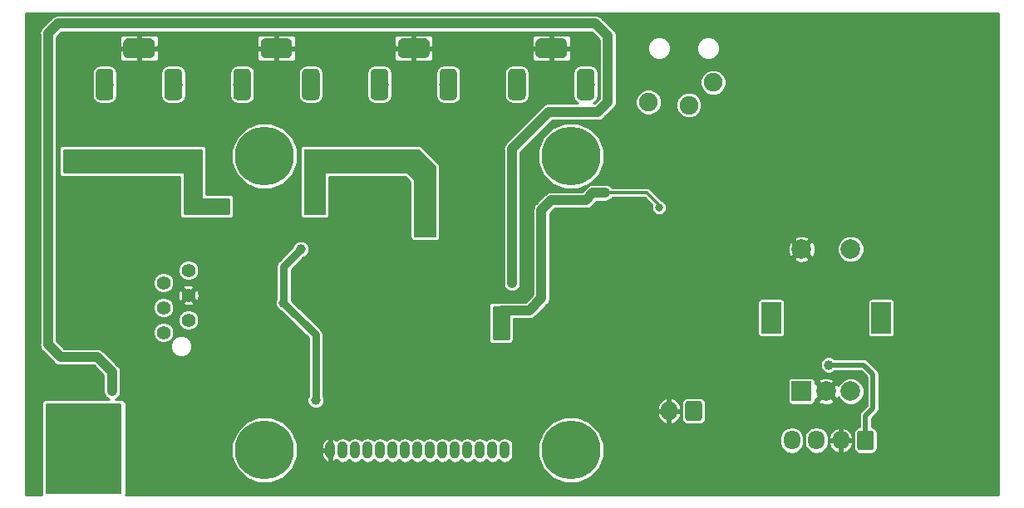
<source format=gbr>
G04 #@! TF.GenerationSoftware,KiCad,Pcbnew,5.0.1*
G04 #@! TF.CreationDate,2019-02-25T23:40:44+01:00*
G04 #@! TF.ProjectId,Dew Heater - V2,44657720486561746572202D2056322E,rev?*
G04 #@! TF.SameCoordinates,Original*
G04 #@! TF.FileFunction,Copper,L1,Top,Signal*
G04 #@! TF.FilePolarity,Positive*
%FSLAX46Y46*%
G04 Gerber Fmt 4.6, Leading zero omitted, Abs format (unit mm)*
G04 Created by KiCad (PCBNEW 5.0.1) date Mon 25 Feb 2019 11:40:44 PM CET*
%MOMM*%
%LPD*%
G01*
G04 APERTURE LIST*
G04 #@! TA.AperFunction,ComponentPad*
%ADD10C,1.400000*%
G04 #@! TD*
G04 #@! TA.AperFunction,ComponentPad*
%ADD11C,2.000000*%
G04 #@! TD*
G04 #@! TA.AperFunction,ComponentPad*
%ADD12R,2.000000X3.200000*%
G04 #@! TD*
G04 #@! TA.AperFunction,ComponentPad*
%ADD13R,2.000000X2.000000*%
G04 #@! TD*
G04 #@! TA.AperFunction,ComponentPad*
%ADD14C,1.900000*%
G04 #@! TD*
G04 #@! TA.AperFunction,ComponentPad*
%ADD15C,6.000000*%
G04 #@! TD*
G04 #@! TA.AperFunction,ComponentPad*
%ADD16O,1.000000X1.800000*%
G04 #@! TD*
G04 #@! TA.AperFunction,ComponentPad*
%ADD17O,1.700000X2.000000*%
G04 #@! TD*
G04 #@! TA.AperFunction,Conductor*
%ADD18C,0.200000*%
G04 #@! TD*
G04 #@! TA.AperFunction,ComponentPad*
%ADD19C,1.700000*%
G04 #@! TD*
G04 #@! TA.AperFunction,ComponentPad*
%ADD20O,1.700000X1.950000*%
G04 #@! TD*
G04 #@! TA.AperFunction,ComponentPad*
%ADD21C,1.800000*%
G04 #@! TD*
G04 #@! TA.AperFunction,ViaPad*
%ADD22C,1.200000*%
G04 #@! TD*
G04 #@! TA.AperFunction,ViaPad*
%ADD23C,0.600000*%
G04 #@! TD*
G04 #@! TA.AperFunction,ViaPad*
%ADD24C,1.000000*%
G04 #@! TD*
G04 #@! TA.AperFunction,ViaPad*
%ADD25C,0.800000*%
G04 #@! TD*
G04 #@! TA.AperFunction,Conductor*
%ADD26C,1.000000*%
G04 #@! TD*
G04 #@! TA.AperFunction,Conductor*
%ADD27C,0.300000*%
G04 #@! TD*
G04 #@! TA.AperFunction,Conductor*
%ADD28C,0.500000*%
G04 #@! TD*
G04 #@! TA.AperFunction,Conductor*
%ADD29C,0.800000*%
G04 #@! TD*
G04 #@! TA.AperFunction,Conductor*
%ADD30C,0.254000*%
G04 #@! TD*
G04 #@! TA.AperFunction,Conductor*
%ADD31C,0.100000*%
G04 #@! TD*
G04 APERTURE END LIST*
D10*
G04 #@! TO.P,J5,1*
G04 #@! TO.N,/MCLR*
X49040000Y-92150000D03*
G04 #@! TO.P,J5,2*
G04 #@! TO.N,+5V*
X46500000Y-93420000D03*
G04 #@! TO.P,J5,3*
G04 #@! TO.N,GND*
X49040000Y-94690000D03*
G04 #@! TO.P,J5,4*
G04 #@! TO.N,/ICSPDAT*
X46500000Y-95960000D03*
G04 #@! TO.P,J5,5*
G04 #@! TO.N,/ICSPCLK*
X49040000Y-97230000D03*
G04 #@! TO.P,J5,6*
G04 #@! TO.N,Net-(J5-Pad6)*
X46500000Y-98500000D03*
G04 #@! TD*
D11*
G04 #@! TO.P,SW1,S1*
G04 #@! TO.N,Net-(R21-Pad2)*
X116500000Y-90000000D03*
G04 #@! TO.P,SW1,S2*
G04 #@! TO.N,GND*
X111500000Y-90000000D03*
D12*
G04 #@! TO.P,SW1,MP*
G04 #@! TO.N,N/C*
X119600000Y-97000000D03*
X108400000Y-97000000D03*
D11*
G04 #@! TO.P,SW1,B*
G04 #@! TO.N,Net-(R18-Pad1)*
X116500000Y-104500000D03*
G04 #@! TO.P,SW1,C*
G04 #@! TO.N,GND*
X114000000Y-104500000D03*
D13*
G04 #@! TO.P,SW1,A*
G04 #@! TO.N,Net-(R17-Pad1)*
X111500000Y-104500000D03*
G04 #@! TD*
D14*
G04 #@! TO.P,J3,T*
G04 #@! TO.N,Net-(C14-Pad1)*
X95900000Y-75000000D03*
G04 #@! TO.P,J3,TN*
G04 #@! TO.N,Net-(J3-PadTN)*
X100000000Y-75300000D03*
G04 #@! TO.P,J3,S*
G04 #@! TO.N,Net-(F2-Pad2)*
X102500000Y-73000000D03*
G04 #@! TD*
D15*
G04 #@! TO.P,U8,~*
G04 #@! TO.N,N/C*
X56800000Y-110500000D03*
X88000000Y-110500000D03*
X88000000Y-80500000D03*
X56800000Y-80500000D03*
D16*
G04 #@! TO.P,U8,15*
G04 #@! TO.N,Net-(U8-Pad15)*
X81240000Y-110500000D03*
G04 #@! TO.P,U8,14*
G04 #@! TO.N,/DB3*
X79970000Y-110500000D03*
G04 #@! TO.P,U8,13*
G04 #@! TO.N,/DB2*
X78700000Y-110500000D03*
G04 #@! TO.P,U8,12*
G04 #@! TO.N,/DB1*
X77430000Y-110500000D03*
G04 #@! TO.P,U8,11*
G04 #@! TO.N,/DB0*
X76160000Y-110500000D03*
G04 #@! TO.P,U8,10*
G04 #@! TO.N,Net-(U8-Pad10)*
X74890000Y-110500000D03*
G04 #@! TO.P,U8,9*
G04 #@! TO.N,Net-(U8-Pad9)*
X73620000Y-110500000D03*
G04 #@! TO.P,U8,8*
G04 #@! TO.N,Net-(U8-Pad8)*
X72350000Y-110500000D03*
G04 #@! TO.P,U8,7*
G04 #@! TO.N,Net-(U8-Pad7)*
X71080000Y-110500000D03*
G04 #@! TO.P,U8,6*
G04 #@! TO.N,/EN*
X69810000Y-110500000D03*
G04 #@! TO.P,U8,5*
G04 #@! TO.N,/RW*
X68540000Y-110500000D03*
G04 #@! TO.P,U8,4*
G04 #@! TO.N,/RS*
X67270000Y-110500000D03*
G04 #@! TO.P,U8,3*
G04 #@! TO.N,Net-(U8-Pad3)*
X66000000Y-110500000D03*
G04 #@! TO.P,U8,2*
G04 #@! TO.N,+5VP*
X64730000Y-110500000D03*
G04 #@! TO.P,U8,1*
G04 #@! TO.N,GND*
X63460000Y-110500000D03*
G04 #@! TD*
D17*
G04 #@! TO.P,J1,2*
G04 #@! TO.N,GND*
X98000000Y-106500000D03*
D18*
G04 #@! TD*
G04 #@! TO.N,Net-(F1-Pad1)*
G04 #@! TO.C,J1*
G36*
X101124504Y-105501204D02*
X101148773Y-105504804D01*
X101172571Y-105510765D01*
X101195671Y-105519030D01*
X101217849Y-105529520D01*
X101238893Y-105542133D01*
X101258598Y-105556747D01*
X101276777Y-105573223D01*
X101293253Y-105591402D01*
X101307867Y-105611107D01*
X101320480Y-105632151D01*
X101330970Y-105654329D01*
X101339235Y-105677429D01*
X101345196Y-105701227D01*
X101348796Y-105725496D01*
X101350000Y-105750000D01*
X101350000Y-107250000D01*
X101348796Y-107274504D01*
X101345196Y-107298773D01*
X101339235Y-107322571D01*
X101330970Y-107345671D01*
X101320480Y-107367849D01*
X101307867Y-107388893D01*
X101293253Y-107408598D01*
X101276777Y-107426777D01*
X101258598Y-107443253D01*
X101238893Y-107457867D01*
X101217849Y-107470480D01*
X101195671Y-107480970D01*
X101172571Y-107489235D01*
X101148773Y-107495196D01*
X101124504Y-107498796D01*
X101100000Y-107500000D01*
X99900000Y-107500000D01*
X99875496Y-107498796D01*
X99851227Y-107495196D01*
X99827429Y-107489235D01*
X99804329Y-107480970D01*
X99782151Y-107470480D01*
X99761107Y-107457867D01*
X99741402Y-107443253D01*
X99723223Y-107426777D01*
X99706747Y-107408598D01*
X99692133Y-107388893D01*
X99679520Y-107367849D01*
X99669030Y-107345671D01*
X99660765Y-107322571D01*
X99654804Y-107298773D01*
X99651204Y-107274504D01*
X99650000Y-107250000D01*
X99650000Y-105750000D01*
X99651204Y-105725496D01*
X99654804Y-105701227D01*
X99660765Y-105677429D01*
X99669030Y-105654329D01*
X99679520Y-105632151D01*
X99692133Y-105611107D01*
X99706747Y-105591402D01*
X99723223Y-105573223D01*
X99741402Y-105556747D01*
X99761107Y-105542133D01*
X99782151Y-105529520D01*
X99804329Y-105519030D01*
X99827429Y-105510765D01*
X99851227Y-105504804D01*
X99875496Y-105501204D01*
X99900000Y-105500000D01*
X101100000Y-105500000D01*
X101124504Y-105501204D01*
X101124504Y-105501204D01*
G37*
D19*
G04 #@! TO.P,J1,1*
G04 #@! TO.N,Net-(F1-Pad1)*
X100500000Y-106500000D03*
G04 #@! TD*
D20*
G04 #@! TO.P,J2,4*
G04 #@! TO.N,/TX-OUT*
X110500000Y-109500000D03*
G04 #@! TO.P,J2,3*
G04 #@! TO.N,/RX-IN*
X113000000Y-109500000D03*
G04 #@! TO.P,J2,2*
G04 #@! TO.N,GND*
X115500000Y-109500000D03*
D18*
G04 #@! TD*
G04 #@! TO.N,+5V*
G04 #@! TO.C,J2*
G36*
X118624504Y-108526204D02*
X118648773Y-108529804D01*
X118672571Y-108535765D01*
X118695671Y-108544030D01*
X118717849Y-108554520D01*
X118738893Y-108567133D01*
X118758598Y-108581747D01*
X118776777Y-108598223D01*
X118793253Y-108616402D01*
X118807867Y-108636107D01*
X118820480Y-108657151D01*
X118830970Y-108679329D01*
X118839235Y-108702429D01*
X118845196Y-108726227D01*
X118848796Y-108750496D01*
X118850000Y-108775000D01*
X118850000Y-110225000D01*
X118848796Y-110249504D01*
X118845196Y-110273773D01*
X118839235Y-110297571D01*
X118830970Y-110320671D01*
X118820480Y-110342849D01*
X118807867Y-110363893D01*
X118793253Y-110383598D01*
X118776777Y-110401777D01*
X118758598Y-110418253D01*
X118738893Y-110432867D01*
X118717849Y-110445480D01*
X118695671Y-110455970D01*
X118672571Y-110464235D01*
X118648773Y-110470196D01*
X118624504Y-110473796D01*
X118600000Y-110475000D01*
X117400000Y-110475000D01*
X117375496Y-110473796D01*
X117351227Y-110470196D01*
X117327429Y-110464235D01*
X117304329Y-110455970D01*
X117282151Y-110445480D01*
X117261107Y-110432867D01*
X117241402Y-110418253D01*
X117223223Y-110401777D01*
X117206747Y-110383598D01*
X117192133Y-110363893D01*
X117179520Y-110342849D01*
X117169030Y-110320671D01*
X117160765Y-110297571D01*
X117154804Y-110273773D01*
X117151204Y-110249504D01*
X117150000Y-110225000D01*
X117150000Y-108775000D01*
X117151204Y-108750496D01*
X117154804Y-108726227D01*
X117160765Y-108702429D01*
X117169030Y-108679329D01*
X117179520Y-108657151D01*
X117192133Y-108636107D01*
X117206747Y-108616402D01*
X117223223Y-108598223D01*
X117241402Y-108581747D01*
X117261107Y-108567133D01*
X117282151Y-108554520D01*
X117304329Y-108544030D01*
X117327429Y-108535765D01*
X117351227Y-108529804D01*
X117375496Y-108526204D01*
X117400000Y-108525000D01*
X118600000Y-108525000D01*
X118624504Y-108526204D01*
X118624504Y-108526204D01*
G37*
D19*
G04 #@! TO.P,J2,1*
G04 #@! TO.N,+5V*
X118000000Y-109500000D03*
G04 #@! TD*
D18*
G04 #@! TO.N,Net-(D7-Pad1)*
G04 #@! TO.C,J7*
G36*
X54994108Y-71602167D02*
X55037791Y-71608647D01*
X55080628Y-71619377D01*
X55122208Y-71634254D01*
X55162129Y-71653135D01*
X55200007Y-71675839D01*
X55235477Y-71702145D01*
X55268198Y-71731802D01*
X55297855Y-71764523D01*
X55324161Y-71799993D01*
X55346865Y-71837871D01*
X55365746Y-71877792D01*
X55380623Y-71919372D01*
X55391353Y-71962209D01*
X55397833Y-72005892D01*
X55400000Y-72050000D01*
X55400000Y-74350000D01*
X55397833Y-74394108D01*
X55391353Y-74437791D01*
X55380623Y-74480628D01*
X55365746Y-74522208D01*
X55346865Y-74562129D01*
X55324161Y-74600007D01*
X55297855Y-74635477D01*
X55268198Y-74668198D01*
X55235477Y-74697855D01*
X55200007Y-74724161D01*
X55162129Y-74746865D01*
X55122208Y-74765746D01*
X55080628Y-74780623D01*
X55037791Y-74791353D01*
X54994108Y-74797833D01*
X54950000Y-74800000D01*
X54050000Y-74800000D01*
X54005892Y-74797833D01*
X53962209Y-74791353D01*
X53919372Y-74780623D01*
X53877792Y-74765746D01*
X53837871Y-74746865D01*
X53799993Y-74724161D01*
X53764523Y-74697855D01*
X53731802Y-74668198D01*
X53702145Y-74635477D01*
X53675839Y-74600007D01*
X53653135Y-74562129D01*
X53634254Y-74522208D01*
X53619377Y-74480628D01*
X53608647Y-74437791D01*
X53602167Y-74394108D01*
X53600000Y-74350000D01*
X53600000Y-72050000D01*
X53602167Y-72005892D01*
X53608647Y-71962209D01*
X53619377Y-71919372D01*
X53634254Y-71877792D01*
X53653135Y-71837871D01*
X53675839Y-71799993D01*
X53702145Y-71764523D01*
X53731802Y-71731802D01*
X53764523Y-71702145D01*
X53799993Y-71675839D01*
X53837871Y-71653135D01*
X53877792Y-71634254D01*
X53919372Y-71619377D01*
X53962209Y-71608647D01*
X54005892Y-71602167D01*
X54050000Y-71600000D01*
X54950000Y-71600000D01*
X54994108Y-71602167D01*
X54994108Y-71602167D01*
G37*
D21*
G04 #@! TD*
G04 #@! TO.P,J7,1*
G04 #@! TO.N,Net-(D7-Pad1)*
X54500000Y-73200000D03*
D18*
G04 #@! TO.N,N/C*
G04 #@! TO.C,J7*
G36*
X61994108Y-71602167D02*
X62037791Y-71608647D01*
X62080628Y-71619377D01*
X62122208Y-71634254D01*
X62162129Y-71653135D01*
X62200007Y-71675839D01*
X62235477Y-71702145D01*
X62268198Y-71731802D01*
X62297855Y-71764523D01*
X62324161Y-71799993D01*
X62346865Y-71837871D01*
X62365746Y-71877792D01*
X62380623Y-71919372D01*
X62391353Y-71962209D01*
X62397833Y-72005892D01*
X62400000Y-72050000D01*
X62400000Y-74350000D01*
X62397833Y-74394108D01*
X62391353Y-74437791D01*
X62380623Y-74480628D01*
X62365746Y-74522208D01*
X62346865Y-74562129D01*
X62324161Y-74600007D01*
X62297855Y-74635477D01*
X62268198Y-74668198D01*
X62235477Y-74697855D01*
X62200007Y-74724161D01*
X62162129Y-74746865D01*
X62122208Y-74765746D01*
X62080628Y-74780623D01*
X62037791Y-74791353D01*
X61994108Y-74797833D01*
X61950000Y-74800000D01*
X61050000Y-74800000D01*
X61005892Y-74797833D01*
X60962209Y-74791353D01*
X60919372Y-74780623D01*
X60877792Y-74765746D01*
X60837871Y-74746865D01*
X60799993Y-74724161D01*
X60764523Y-74697855D01*
X60731802Y-74668198D01*
X60702145Y-74635477D01*
X60675839Y-74600007D01*
X60653135Y-74562129D01*
X60634254Y-74522208D01*
X60619377Y-74480628D01*
X60608647Y-74437791D01*
X60602167Y-74394108D01*
X60600000Y-74350000D01*
X60600000Y-72050000D01*
X60602167Y-72005892D01*
X60608647Y-71962209D01*
X60619377Y-71919372D01*
X60634254Y-71877792D01*
X60653135Y-71837871D01*
X60675839Y-71799993D01*
X60702145Y-71764523D01*
X60731802Y-71731802D01*
X60764523Y-71702145D01*
X60799993Y-71675839D01*
X60837871Y-71653135D01*
X60877792Y-71634254D01*
X60919372Y-71619377D01*
X60962209Y-71608647D01*
X61005892Y-71602167D01*
X61050000Y-71600000D01*
X61950000Y-71600000D01*
X61994108Y-71602167D01*
X61994108Y-71602167D01*
G37*
D21*
G04 #@! TD*
G04 #@! TO.P,J7,3*
G04 #@! TO.N,N/C*
X61500000Y-73200000D03*
D18*
G04 #@! TO.N,GND*
G04 #@! TO.C,J7*
G36*
X59149009Y-68502408D02*
X59197545Y-68509607D01*
X59245142Y-68521530D01*
X59291342Y-68538060D01*
X59335698Y-68559039D01*
X59377785Y-68584265D01*
X59417197Y-68613495D01*
X59453553Y-68646447D01*
X59486505Y-68682803D01*
X59515735Y-68722215D01*
X59540961Y-68764302D01*
X59561940Y-68808658D01*
X59578470Y-68854858D01*
X59590393Y-68902455D01*
X59597592Y-68950991D01*
X59600000Y-69000000D01*
X59600000Y-70000000D01*
X59597592Y-70049009D01*
X59590393Y-70097545D01*
X59578470Y-70145142D01*
X59561940Y-70191342D01*
X59540961Y-70235698D01*
X59515735Y-70277785D01*
X59486505Y-70317197D01*
X59453553Y-70353553D01*
X59417197Y-70386505D01*
X59377785Y-70415735D01*
X59335698Y-70440961D01*
X59291342Y-70461940D01*
X59245142Y-70478470D01*
X59197545Y-70490393D01*
X59149009Y-70497592D01*
X59100000Y-70500000D01*
X56900000Y-70500000D01*
X56850991Y-70497592D01*
X56802455Y-70490393D01*
X56754858Y-70478470D01*
X56708658Y-70461940D01*
X56664302Y-70440961D01*
X56622215Y-70415735D01*
X56582803Y-70386505D01*
X56546447Y-70353553D01*
X56513495Y-70317197D01*
X56484265Y-70277785D01*
X56459039Y-70235698D01*
X56438060Y-70191342D01*
X56421530Y-70145142D01*
X56409607Y-70097545D01*
X56402408Y-70049009D01*
X56400000Y-70000000D01*
X56400000Y-69000000D01*
X56402408Y-68950991D01*
X56409607Y-68902455D01*
X56421530Y-68854858D01*
X56438060Y-68808658D01*
X56459039Y-68764302D01*
X56484265Y-68722215D01*
X56513495Y-68682803D01*
X56546447Y-68646447D01*
X56582803Y-68613495D01*
X56622215Y-68584265D01*
X56664302Y-68559039D01*
X56708658Y-68538060D01*
X56754858Y-68521530D01*
X56802455Y-68509607D01*
X56850991Y-68502408D01*
X56900000Y-68500000D01*
X59100000Y-68500000D01*
X59149009Y-68502408D01*
X59149009Y-68502408D01*
G37*
D11*
G04 #@! TD*
G04 #@! TO.P,J7,2*
G04 #@! TO.N,GND*
X58000000Y-69500000D03*
D18*
G04 #@! TO.N,Net-(D9-Pad1)*
G04 #@! TO.C,J9*
G36*
X82994108Y-71602167D02*
X83037791Y-71608647D01*
X83080628Y-71619377D01*
X83122208Y-71634254D01*
X83162129Y-71653135D01*
X83200007Y-71675839D01*
X83235477Y-71702145D01*
X83268198Y-71731802D01*
X83297855Y-71764523D01*
X83324161Y-71799993D01*
X83346865Y-71837871D01*
X83365746Y-71877792D01*
X83380623Y-71919372D01*
X83391353Y-71962209D01*
X83397833Y-72005892D01*
X83400000Y-72050000D01*
X83400000Y-74350000D01*
X83397833Y-74394108D01*
X83391353Y-74437791D01*
X83380623Y-74480628D01*
X83365746Y-74522208D01*
X83346865Y-74562129D01*
X83324161Y-74600007D01*
X83297855Y-74635477D01*
X83268198Y-74668198D01*
X83235477Y-74697855D01*
X83200007Y-74724161D01*
X83162129Y-74746865D01*
X83122208Y-74765746D01*
X83080628Y-74780623D01*
X83037791Y-74791353D01*
X82994108Y-74797833D01*
X82950000Y-74800000D01*
X82050000Y-74800000D01*
X82005892Y-74797833D01*
X81962209Y-74791353D01*
X81919372Y-74780623D01*
X81877792Y-74765746D01*
X81837871Y-74746865D01*
X81799993Y-74724161D01*
X81764523Y-74697855D01*
X81731802Y-74668198D01*
X81702145Y-74635477D01*
X81675839Y-74600007D01*
X81653135Y-74562129D01*
X81634254Y-74522208D01*
X81619377Y-74480628D01*
X81608647Y-74437791D01*
X81602167Y-74394108D01*
X81600000Y-74350000D01*
X81600000Y-72050000D01*
X81602167Y-72005892D01*
X81608647Y-71962209D01*
X81619377Y-71919372D01*
X81634254Y-71877792D01*
X81653135Y-71837871D01*
X81675839Y-71799993D01*
X81702145Y-71764523D01*
X81731802Y-71731802D01*
X81764523Y-71702145D01*
X81799993Y-71675839D01*
X81837871Y-71653135D01*
X81877792Y-71634254D01*
X81919372Y-71619377D01*
X81962209Y-71608647D01*
X82005892Y-71602167D01*
X82050000Y-71600000D01*
X82950000Y-71600000D01*
X82994108Y-71602167D01*
X82994108Y-71602167D01*
G37*
D21*
G04 #@! TD*
G04 #@! TO.P,J9,1*
G04 #@! TO.N,Net-(D9-Pad1)*
X82500000Y-73200000D03*
D18*
G04 #@! TO.N,N/C*
G04 #@! TO.C,J9*
G36*
X89994108Y-71602167D02*
X90037791Y-71608647D01*
X90080628Y-71619377D01*
X90122208Y-71634254D01*
X90162129Y-71653135D01*
X90200007Y-71675839D01*
X90235477Y-71702145D01*
X90268198Y-71731802D01*
X90297855Y-71764523D01*
X90324161Y-71799993D01*
X90346865Y-71837871D01*
X90365746Y-71877792D01*
X90380623Y-71919372D01*
X90391353Y-71962209D01*
X90397833Y-72005892D01*
X90400000Y-72050000D01*
X90400000Y-74350000D01*
X90397833Y-74394108D01*
X90391353Y-74437791D01*
X90380623Y-74480628D01*
X90365746Y-74522208D01*
X90346865Y-74562129D01*
X90324161Y-74600007D01*
X90297855Y-74635477D01*
X90268198Y-74668198D01*
X90235477Y-74697855D01*
X90200007Y-74724161D01*
X90162129Y-74746865D01*
X90122208Y-74765746D01*
X90080628Y-74780623D01*
X90037791Y-74791353D01*
X89994108Y-74797833D01*
X89950000Y-74800000D01*
X89050000Y-74800000D01*
X89005892Y-74797833D01*
X88962209Y-74791353D01*
X88919372Y-74780623D01*
X88877792Y-74765746D01*
X88837871Y-74746865D01*
X88799993Y-74724161D01*
X88764523Y-74697855D01*
X88731802Y-74668198D01*
X88702145Y-74635477D01*
X88675839Y-74600007D01*
X88653135Y-74562129D01*
X88634254Y-74522208D01*
X88619377Y-74480628D01*
X88608647Y-74437791D01*
X88602167Y-74394108D01*
X88600000Y-74350000D01*
X88600000Y-72050000D01*
X88602167Y-72005892D01*
X88608647Y-71962209D01*
X88619377Y-71919372D01*
X88634254Y-71877792D01*
X88653135Y-71837871D01*
X88675839Y-71799993D01*
X88702145Y-71764523D01*
X88731802Y-71731802D01*
X88764523Y-71702145D01*
X88799993Y-71675839D01*
X88837871Y-71653135D01*
X88877792Y-71634254D01*
X88919372Y-71619377D01*
X88962209Y-71608647D01*
X89005892Y-71602167D01*
X89050000Y-71600000D01*
X89950000Y-71600000D01*
X89994108Y-71602167D01*
X89994108Y-71602167D01*
G37*
D21*
G04 #@! TD*
G04 #@! TO.P,J9,3*
G04 #@! TO.N,N/C*
X89500000Y-73200000D03*
D18*
G04 #@! TO.N,GND*
G04 #@! TO.C,J9*
G36*
X87149009Y-68502408D02*
X87197545Y-68509607D01*
X87245142Y-68521530D01*
X87291342Y-68538060D01*
X87335698Y-68559039D01*
X87377785Y-68584265D01*
X87417197Y-68613495D01*
X87453553Y-68646447D01*
X87486505Y-68682803D01*
X87515735Y-68722215D01*
X87540961Y-68764302D01*
X87561940Y-68808658D01*
X87578470Y-68854858D01*
X87590393Y-68902455D01*
X87597592Y-68950991D01*
X87600000Y-69000000D01*
X87600000Y-70000000D01*
X87597592Y-70049009D01*
X87590393Y-70097545D01*
X87578470Y-70145142D01*
X87561940Y-70191342D01*
X87540961Y-70235698D01*
X87515735Y-70277785D01*
X87486505Y-70317197D01*
X87453553Y-70353553D01*
X87417197Y-70386505D01*
X87377785Y-70415735D01*
X87335698Y-70440961D01*
X87291342Y-70461940D01*
X87245142Y-70478470D01*
X87197545Y-70490393D01*
X87149009Y-70497592D01*
X87100000Y-70500000D01*
X84900000Y-70500000D01*
X84850991Y-70497592D01*
X84802455Y-70490393D01*
X84754858Y-70478470D01*
X84708658Y-70461940D01*
X84664302Y-70440961D01*
X84622215Y-70415735D01*
X84582803Y-70386505D01*
X84546447Y-70353553D01*
X84513495Y-70317197D01*
X84484265Y-70277785D01*
X84459039Y-70235698D01*
X84438060Y-70191342D01*
X84421530Y-70145142D01*
X84409607Y-70097545D01*
X84402408Y-70049009D01*
X84400000Y-70000000D01*
X84400000Y-69000000D01*
X84402408Y-68950991D01*
X84409607Y-68902455D01*
X84421530Y-68854858D01*
X84438060Y-68808658D01*
X84459039Y-68764302D01*
X84484265Y-68722215D01*
X84513495Y-68682803D01*
X84546447Y-68646447D01*
X84582803Y-68613495D01*
X84622215Y-68584265D01*
X84664302Y-68559039D01*
X84708658Y-68538060D01*
X84754858Y-68521530D01*
X84802455Y-68509607D01*
X84850991Y-68502408D01*
X84900000Y-68500000D01*
X87100000Y-68500000D01*
X87149009Y-68502408D01*
X87149009Y-68502408D01*
G37*
D11*
G04 #@! TD*
G04 #@! TO.P,J9,2*
G04 #@! TO.N,GND*
X86000000Y-69500000D03*
D18*
G04 #@! TO.N,Net-(D8-Pad1)*
G04 #@! TO.C,J8*
G36*
X68994108Y-71602167D02*
X69037791Y-71608647D01*
X69080628Y-71619377D01*
X69122208Y-71634254D01*
X69162129Y-71653135D01*
X69200007Y-71675839D01*
X69235477Y-71702145D01*
X69268198Y-71731802D01*
X69297855Y-71764523D01*
X69324161Y-71799993D01*
X69346865Y-71837871D01*
X69365746Y-71877792D01*
X69380623Y-71919372D01*
X69391353Y-71962209D01*
X69397833Y-72005892D01*
X69400000Y-72050000D01*
X69400000Y-74350000D01*
X69397833Y-74394108D01*
X69391353Y-74437791D01*
X69380623Y-74480628D01*
X69365746Y-74522208D01*
X69346865Y-74562129D01*
X69324161Y-74600007D01*
X69297855Y-74635477D01*
X69268198Y-74668198D01*
X69235477Y-74697855D01*
X69200007Y-74724161D01*
X69162129Y-74746865D01*
X69122208Y-74765746D01*
X69080628Y-74780623D01*
X69037791Y-74791353D01*
X68994108Y-74797833D01*
X68950000Y-74800000D01*
X68050000Y-74800000D01*
X68005892Y-74797833D01*
X67962209Y-74791353D01*
X67919372Y-74780623D01*
X67877792Y-74765746D01*
X67837871Y-74746865D01*
X67799993Y-74724161D01*
X67764523Y-74697855D01*
X67731802Y-74668198D01*
X67702145Y-74635477D01*
X67675839Y-74600007D01*
X67653135Y-74562129D01*
X67634254Y-74522208D01*
X67619377Y-74480628D01*
X67608647Y-74437791D01*
X67602167Y-74394108D01*
X67600000Y-74350000D01*
X67600000Y-72050000D01*
X67602167Y-72005892D01*
X67608647Y-71962209D01*
X67619377Y-71919372D01*
X67634254Y-71877792D01*
X67653135Y-71837871D01*
X67675839Y-71799993D01*
X67702145Y-71764523D01*
X67731802Y-71731802D01*
X67764523Y-71702145D01*
X67799993Y-71675839D01*
X67837871Y-71653135D01*
X67877792Y-71634254D01*
X67919372Y-71619377D01*
X67962209Y-71608647D01*
X68005892Y-71602167D01*
X68050000Y-71600000D01*
X68950000Y-71600000D01*
X68994108Y-71602167D01*
X68994108Y-71602167D01*
G37*
D21*
G04 #@! TD*
G04 #@! TO.P,J8,1*
G04 #@! TO.N,Net-(D8-Pad1)*
X68500000Y-73200000D03*
D18*
G04 #@! TO.N,N/C*
G04 #@! TO.C,J8*
G36*
X75994108Y-71602167D02*
X76037791Y-71608647D01*
X76080628Y-71619377D01*
X76122208Y-71634254D01*
X76162129Y-71653135D01*
X76200007Y-71675839D01*
X76235477Y-71702145D01*
X76268198Y-71731802D01*
X76297855Y-71764523D01*
X76324161Y-71799993D01*
X76346865Y-71837871D01*
X76365746Y-71877792D01*
X76380623Y-71919372D01*
X76391353Y-71962209D01*
X76397833Y-72005892D01*
X76400000Y-72050000D01*
X76400000Y-74350000D01*
X76397833Y-74394108D01*
X76391353Y-74437791D01*
X76380623Y-74480628D01*
X76365746Y-74522208D01*
X76346865Y-74562129D01*
X76324161Y-74600007D01*
X76297855Y-74635477D01*
X76268198Y-74668198D01*
X76235477Y-74697855D01*
X76200007Y-74724161D01*
X76162129Y-74746865D01*
X76122208Y-74765746D01*
X76080628Y-74780623D01*
X76037791Y-74791353D01*
X75994108Y-74797833D01*
X75950000Y-74800000D01*
X75050000Y-74800000D01*
X75005892Y-74797833D01*
X74962209Y-74791353D01*
X74919372Y-74780623D01*
X74877792Y-74765746D01*
X74837871Y-74746865D01*
X74799993Y-74724161D01*
X74764523Y-74697855D01*
X74731802Y-74668198D01*
X74702145Y-74635477D01*
X74675839Y-74600007D01*
X74653135Y-74562129D01*
X74634254Y-74522208D01*
X74619377Y-74480628D01*
X74608647Y-74437791D01*
X74602167Y-74394108D01*
X74600000Y-74350000D01*
X74600000Y-72050000D01*
X74602167Y-72005892D01*
X74608647Y-71962209D01*
X74619377Y-71919372D01*
X74634254Y-71877792D01*
X74653135Y-71837871D01*
X74675839Y-71799993D01*
X74702145Y-71764523D01*
X74731802Y-71731802D01*
X74764523Y-71702145D01*
X74799993Y-71675839D01*
X74837871Y-71653135D01*
X74877792Y-71634254D01*
X74919372Y-71619377D01*
X74962209Y-71608647D01*
X75005892Y-71602167D01*
X75050000Y-71600000D01*
X75950000Y-71600000D01*
X75994108Y-71602167D01*
X75994108Y-71602167D01*
G37*
D21*
G04 #@! TD*
G04 #@! TO.P,J8,3*
G04 #@! TO.N,N/C*
X75500000Y-73200000D03*
D18*
G04 #@! TO.N,GND*
G04 #@! TO.C,J8*
G36*
X73149009Y-68502408D02*
X73197545Y-68509607D01*
X73245142Y-68521530D01*
X73291342Y-68538060D01*
X73335698Y-68559039D01*
X73377785Y-68584265D01*
X73417197Y-68613495D01*
X73453553Y-68646447D01*
X73486505Y-68682803D01*
X73515735Y-68722215D01*
X73540961Y-68764302D01*
X73561940Y-68808658D01*
X73578470Y-68854858D01*
X73590393Y-68902455D01*
X73597592Y-68950991D01*
X73600000Y-69000000D01*
X73600000Y-70000000D01*
X73597592Y-70049009D01*
X73590393Y-70097545D01*
X73578470Y-70145142D01*
X73561940Y-70191342D01*
X73540961Y-70235698D01*
X73515735Y-70277785D01*
X73486505Y-70317197D01*
X73453553Y-70353553D01*
X73417197Y-70386505D01*
X73377785Y-70415735D01*
X73335698Y-70440961D01*
X73291342Y-70461940D01*
X73245142Y-70478470D01*
X73197545Y-70490393D01*
X73149009Y-70497592D01*
X73100000Y-70500000D01*
X70900000Y-70500000D01*
X70850991Y-70497592D01*
X70802455Y-70490393D01*
X70754858Y-70478470D01*
X70708658Y-70461940D01*
X70664302Y-70440961D01*
X70622215Y-70415735D01*
X70582803Y-70386505D01*
X70546447Y-70353553D01*
X70513495Y-70317197D01*
X70484265Y-70277785D01*
X70459039Y-70235698D01*
X70438060Y-70191342D01*
X70421530Y-70145142D01*
X70409607Y-70097545D01*
X70402408Y-70049009D01*
X70400000Y-70000000D01*
X70400000Y-69000000D01*
X70402408Y-68950991D01*
X70409607Y-68902455D01*
X70421530Y-68854858D01*
X70438060Y-68808658D01*
X70459039Y-68764302D01*
X70484265Y-68722215D01*
X70513495Y-68682803D01*
X70546447Y-68646447D01*
X70582803Y-68613495D01*
X70622215Y-68584265D01*
X70664302Y-68559039D01*
X70708658Y-68538060D01*
X70754858Y-68521530D01*
X70802455Y-68509607D01*
X70850991Y-68502408D01*
X70900000Y-68500000D01*
X73100000Y-68500000D01*
X73149009Y-68502408D01*
X73149009Y-68502408D01*
G37*
D11*
G04 #@! TD*
G04 #@! TO.P,J8,2*
G04 #@! TO.N,GND*
X72000000Y-69500000D03*
D18*
G04 #@! TO.N,Net-(D6-Pad1)*
G04 #@! TO.C,J6*
G36*
X40994108Y-71602167D02*
X41037791Y-71608647D01*
X41080628Y-71619377D01*
X41122208Y-71634254D01*
X41162129Y-71653135D01*
X41200007Y-71675839D01*
X41235477Y-71702145D01*
X41268198Y-71731802D01*
X41297855Y-71764523D01*
X41324161Y-71799993D01*
X41346865Y-71837871D01*
X41365746Y-71877792D01*
X41380623Y-71919372D01*
X41391353Y-71962209D01*
X41397833Y-72005892D01*
X41400000Y-72050000D01*
X41400000Y-74350000D01*
X41397833Y-74394108D01*
X41391353Y-74437791D01*
X41380623Y-74480628D01*
X41365746Y-74522208D01*
X41346865Y-74562129D01*
X41324161Y-74600007D01*
X41297855Y-74635477D01*
X41268198Y-74668198D01*
X41235477Y-74697855D01*
X41200007Y-74724161D01*
X41162129Y-74746865D01*
X41122208Y-74765746D01*
X41080628Y-74780623D01*
X41037791Y-74791353D01*
X40994108Y-74797833D01*
X40950000Y-74800000D01*
X40050000Y-74800000D01*
X40005892Y-74797833D01*
X39962209Y-74791353D01*
X39919372Y-74780623D01*
X39877792Y-74765746D01*
X39837871Y-74746865D01*
X39799993Y-74724161D01*
X39764523Y-74697855D01*
X39731802Y-74668198D01*
X39702145Y-74635477D01*
X39675839Y-74600007D01*
X39653135Y-74562129D01*
X39634254Y-74522208D01*
X39619377Y-74480628D01*
X39608647Y-74437791D01*
X39602167Y-74394108D01*
X39600000Y-74350000D01*
X39600000Y-72050000D01*
X39602167Y-72005892D01*
X39608647Y-71962209D01*
X39619377Y-71919372D01*
X39634254Y-71877792D01*
X39653135Y-71837871D01*
X39675839Y-71799993D01*
X39702145Y-71764523D01*
X39731802Y-71731802D01*
X39764523Y-71702145D01*
X39799993Y-71675839D01*
X39837871Y-71653135D01*
X39877792Y-71634254D01*
X39919372Y-71619377D01*
X39962209Y-71608647D01*
X40005892Y-71602167D01*
X40050000Y-71600000D01*
X40950000Y-71600000D01*
X40994108Y-71602167D01*
X40994108Y-71602167D01*
G37*
D21*
G04 #@! TD*
G04 #@! TO.P,J6,1*
G04 #@! TO.N,Net-(D6-Pad1)*
X40500000Y-73200000D03*
D18*
G04 #@! TO.N,N/C*
G04 #@! TO.C,J6*
G36*
X47994108Y-71602167D02*
X48037791Y-71608647D01*
X48080628Y-71619377D01*
X48122208Y-71634254D01*
X48162129Y-71653135D01*
X48200007Y-71675839D01*
X48235477Y-71702145D01*
X48268198Y-71731802D01*
X48297855Y-71764523D01*
X48324161Y-71799993D01*
X48346865Y-71837871D01*
X48365746Y-71877792D01*
X48380623Y-71919372D01*
X48391353Y-71962209D01*
X48397833Y-72005892D01*
X48400000Y-72050000D01*
X48400000Y-74350000D01*
X48397833Y-74394108D01*
X48391353Y-74437791D01*
X48380623Y-74480628D01*
X48365746Y-74522208D01*
X48346865Y-74562129D01*
X48324161Y-74600007D01*
X48297855Y-74635477D01*
X48268198Y-74668198D01*
X48235477Y-74697855D01*
X48200007Y-74724161D01*
X48162129Y-74746865D01*
X48122208Y-74765746D01*
X48080628Y-74780623D01*
X48037791Y-74791353D01*
X47994108Y-74797833D01*
X47950000Y-74800000D01*
X47050000Y-74800000D01*
X47005892Y-74797833D01*
X46962209Y-74791353D01*
X46919372Y-74780623D01*
X46877792Y-74765746D01*
X46837871Y-74746865D01*
X46799993Y-74724161D01*
X46764523Y-74697855D01*
X46731802Y-74668198D01*
X46702145Y-74635477D01*
X46675839Y-74600007D01*
X46653135Y-74562129D01*
X46634254Y-74522208D01*
X46619377Y-74480628D01*
X46608647Y-74437791D01*
X46602167Y-74394108D01*
X46600000Y-74350000D01*
X46600000Y-72050000D01*
X46602167Y-72005892D01*
X46608647Y-71962209D01*
X46619377Y-71919372D01*
X46634254Y-71877792D01*
X46653135Y-71837871D01*
X46675839Y-71799993D01*
X46702145Y-71764523D01*
X46731802Y-71731802D01*
X46764523Y-71702145D01*
X46799993Y-71675839D01*
X46837871Y-71653135D01*
X46877792Y-71634254D01*
X46919372Y-71619377D01*
X46962209Y-71608647D01*
X47005892Y-71602167D01*
X47050000Y-71600000D01*
X47950000Y-71600000D01*
X47994108Y-71602167D01*
X47994108Y-71602167D01*
G37*
D21*
G04 #@! TD*
G04 #@! TO.P,J6,3*
G04 #@! TO.N,N/C*
X47500000Y-73200000D03*
D18*
G04 #@! TO.N,GND*
G04 #@! TO.C,J6*
G36*
X45149009Y-68502408D02*
X45197545Y-68509607D01*
X45245142Y-68521530D01*
X45291342Y-68538060D01*
X45335698Y-68559039D01*
X45377785Y-68584265D01*
X45417197Y-68613495D01*
X45453553Y-68646447D01*
X45486505Y-68682803D01*
X45515735Y-68722215D01*
X45540961Y-68764302D01*
X45561940Y-68808658D01*
X45578470Y-68854858D01*
X45590393Y-68902455D01*
X45597592Y-68950991D01*
X45600000Y-69000000D01*
X45600000Y-70000000D01*
X45597592Y-70049009D01*
X45590393Y-70097545D01*
X45578470Y-70145142D01*
X45561940Y-70191342D01*
X45540961Y-70235698D01*
X45515735Y-70277785D01*
X45486505Y-70317197D01*
X45453553Y-70353553D01*
X45417197Y-70386505D01*
X45377785Y-70415735D01*
X45335698Y-70440961D01*
X45291342Y-70461940D01*
X45245142Y-70478470D01*
X45197545Y-70490393D01*
X45149009Y-70497592D01*
X45100000Y-70500000D01*
X42900000Y-70500000D01*
X42850991Y-70497592D01*
X42802455Y-70490393D01*
X42754858Y-70478470D01*
X42708658Y-70461940D01*
X42664302Y-70440961D01*
X42622215Y-70415735D01*
X42582803Y-70386505D01*
X42546447Y-70353553D01*
X42513495Y-70317197D01*
X42484265Y-70277785D01*
X42459039Y-70235698D01*
X42438060Y-70191342D01*
X42421530Y-70145142D01*
X42409607Y-70097545D01*
X42402408Y-70049009D01*
X42400000Y-70000000D01*
X42400000Y-69000000D01*
X42402408Y-68950991D01*
X42409607Y-68902455D01*
X42421530Y-68854858D01*
X42438060Y-68808658D01*
X42459039Y-68764302D01*
X42484265Y-68722215D01*
X42513495Y-68682803D01*
X42546447Y-68646447D01*
X42582803Y-68613495D01*
X42622215Y-68584265D01*
X42664302Y-68559039D01*
X42708658Y-68538060D01*
X42754858Y-68521530D01*
X42802455Y-68509607D01*
X42850991Y-68502408D01*
X42900000Y-68500000D01*
X45100000Y-68500000D01*
X45149009Y-68502408D01*
X45149009Y-68502408D01*
G37*
D11*
G04 #@! TD*
G04 #@! TO.P,J6,2*
G04 #@! TO.N,GND*
X44000000Y-69500000D03*
D22*
G04 #@! TO.N,GND*
X33000000Y-110000000D03*
X33000000Y-74000000D03*
X33000000Y-77000000D03*
X33000000Y-80000000D03*
X33000000Y-71000000D03*
X33000000Y-68000000D03*
X33000000Y-107000000D03*
X33000000Y-95000000D03*
X33000000Y-86000000D03*
X33000000Y-89000000D03*
X33000000Y-83000000D03*
X33000000Y-98000000D03*
X33000000Y-113000000D03*
X33000000Y-92000000D03*
X33000000Y-104000000D03*
X33000000Y-101000000D03*
D23*
X76900000Y-88200000D03*
X76900000Y-89000000D03*
X76100000Y-89000000D03*
X76100000Y-89800000D03*
X76900000Y-89800000D03*
X76100000Y-88200000D03*
D24*
X37000000Y-77500000D03*
X37000000Y-78750000D03*
X45000000Y-77500000D03*
X45000000Y-78750000D03*
X61750000Y-78750000D03*
X61750000Y-77500000D03*
X71750000Y-78750000D03*
X71750000Y-77500000D03*
X102500000Y-94250000D03*
X102500000Y-92500000D03*
D25*
X41750000Y-83000000D03*
X66500000Y-83000000D03*
X76500000Y-83000000D03*
X97750000Y-78750000D03*
X104250000Y-78750000D03*
X94250000Y-80000000D03*
X104000000Y-80500000D03*
X104250000Y-82250000D03*
D24*
X110506459Y-76520435D03*
X125250000Y-80493541D03*
X114250000Y-100088861D03*
D22*
X87250000Y-97750000D03*
X85500000Y-97750000D03*
X85500000Y-102250000D03*
X87250000Y-102250000D03*
X90500000Y-96500000D03*
D25*
X93500000Y-85750000D03*
X47750000Y-84000000D03*
X108750000Y-92500000D03*
X79000000Y-94750000D03*
X77000000Y-94750000D03*
X74000000Y-90250000D03*
X44000000Y-89000000D03*
D24*
X66000000Y-104000000D03*
X66000000Y-105500000D03*
X62250000Y-94000000D03*
X124506459Y-76270435D03*
X47000000Y-106750000D03*
X45750000Y-106750000D03*
X62000000Y-113000000D03*
D22*
X131000000Y-68000000D03*
X131000000Y-71000000D03*
X131000000Y-74000000D03*
X131000000Y-77000000D03*
X131000000Y-80000000D03*
X131000000Y-83000000D03*
X131000000Y-86000000D03*
X131000000Y-89000000D03*
X131000000Y-92000000D03*
X131000000Y-95000000D03*
X131000000Y-98000000D03*
X131000000Y-101000000D03*
X131000000Y-104000000D03*
X131000000Y-107000000D03*
X131000000Y-110000000D03*
X131000000Y-113000000D03*
D24*
G04 #@! TO.N,+5V*
X80800000Y-96400000D03*
X80750000Y-98500000D03*
X62000000Y-105400000D03*
X90250000Y-84250000D03*
X91500000Y-84250000D03*
D25*
X97000000Y-85750000D03*
D24*
X114250000Y-101801361D03*
X60500000Y-90000000D03*
X58750000Y-95500000D03*
G04 #@! TO.N,+12V*
X82000000Y-93450000D03*
X41250000Y-104500000D03*
X82000000Y-92050000D03*
G04 #@! TO.N,+VSW*
X52250000Y-85750000D03*
X37000000Y-80500000D03*
X37000000Y-81750000D03*
X45000000Y-80500000D03*
X45000000Y-81750000D03*
X61750000Y-80500000D03*
X61750000Y-81750000D03*
X71750000Y-81750000D03*
X71750000Y-80500000D03*
X73750000Y-88000000D03*
X72500000Y-88000000D03*
X51000000Y-85750000D03*
X61750000Y-85750000D03*
X61750000Y-84500000D03*
D22*
G04 #@! TO.N,+12P*
X38500000Y-110500000D03*
X37500000Y-108750000D03*
X36500000Y-110500000D03*
X37500000Y-112250000D03*
X39500000Y-108750000D03*
X39500000Y-112250000D03*
X35500000Y-108750000D03*
X35500000Y-112250000D03*
X38500000Y-113750000D03*
X36500000Y-113750000D03*
X36500000Y-107000000D03*
X40750000Y-113750000D03*
G04 #@! TD*
D26*
G04 #@! TO.N,+5V*
X80750000Y-97000000D02*
X80750000Y-96450000D01*
X80750000Y-98500000D02*
X80750000Y-97000000D01*
X80750000Y-96450000D02*
X80800000Y-96400000D01*
X90250000Y-84250000D02*
X91500000Y-84250000D01*
D27*
X97000000Y-85500000D02*
X97000000Y-85750000D01*
X91500000Y-84250000D02*
X95750000Y-84250000D01*
X95750000Y-84250000D02*
X97000000Y-85500000D01*
D26*
X89500000Y-85000000D02*
X90250000Y-84250000D01*
X80950000Y-96250000D02*
X83750000Y-96250000D01*
X83750000Y-96250000D02*
X85000000Y-95000000D01*
X85000000Y-95000000D02*
X85000000Y-86000000D01*
X85000000Y-86000000D02*
X86000000Y-85000000D01*
X80800000Y-96400000D02*
X80950000Y-96250000D01*
X86000000Y-85000000D02*
X89500000Y-85000000D01*
D28*
X117801361Y-101801361D02*
X114250000Y-101801361D01*
X118750000Y-102750000D02*
X117801361Y-101801361D01*
X118750000Y-106250000D02*
X118750000Y-102750000D01*
X118000000Y-109500000D02*
X118000000Y-107000000D01*
X118000000Y-107000000D02*
X118750000Y-106250000D01*
D29*
X58750000Y-91750000D02*
X60500000Y-90000000D01*
X58750000Y-95500000D02*
X58750000Y-91750000D01*
X62000000Y-105400000D02*
X62000000Y-98750000D01*
X62000000Y-98750000D02*
X58750000Y-95500000D01*
D26*
G04 #@! TO.N,+12V*
X82000000Y-93450000D02*
X82000000Y-92050000D01*
X82000000Y-79750000D02*
X82000000Y-92050000D01*
X85750000Y-76000000D02*
X82000000Y-79750000D01*
X91750000Y-75000000D02*
X90750000Y-76000000D01*
X91750000Y-68255000D02*
X91750000Y-75000000D01*
X90495000Y-67000000D02*
X91750000Y-68255000D01*
X35750000Y-67000000D02*
X90495000Y-67000000D01*
X90750000Y-76000000D02*
X85750000Y-76000000D01*
X41250000Y-102500000D02*
X39750000Y-101000000D01*
X34750000Y-99750000D02*
X34750000Y-68000000D01*
X41250000Y-104500000D02*
X41250000Y-102500000D01*
X36000000Y-101000000D02*
X34750000Y-99750000D01*
X39750000Y-101000000D02*
X36000000Y-101000000D01*
X34750000Y-68000000D02*
X35750000Y-67000000D01*
G04 #@! TD*
D30*
G04 #@! TO.N,GND*
G36*
X131544001Y-115044000D02*
X42668248Y-115044000D01*
X42677000Y-115000000D01*
X42677000Y-109827477D01*
X53419000Y-109827477D01*
X53419000Y-111172523D01*
X53933726Y-112415183D01*
X54884817Y-113366274D01*
X56127477Y-113881000D01*
X57472523Y-113881000D01*
X58715183Y-113366274D01*
X59666274Y-112415183D01*
X60181000Y-111172523D01*
X60181000Y-110627000D01*
X62579000Y-110627000D01*
X62579000Y-111027000D01*
X62694663Y-111354477D01*
X62926842Y-111612764D01*
X63198184Y-111741198D01*
X63333000Y-111675419D01*
X63333000Y-110627000D01*
X62579000Y-110627000D01*
X60181000Y-110627000D01*
X60181000Y-109973000D01*
X62579000Y-109973000D01*
X62579000Y-110373000D01*
X63333000Y-110373000D01*
X63333000Y-109324581D01*
X63587000Y-109324581D01*
X63587000Y-110373000D01*
X63607000Y-110373000D01*
X63607000Y-110627000D01*
X63587000Y-110627000D01*
X63587000Y-111675419D01*
X63721816Y-111741198D01*
X63993158Y-111612764D01*
X64081225Y-111514794D01*
X64094836Y-111535165D01*
X64386252Y-111729883D01*
X64730000Y-111798259D01*
X65073749Y-111729883D01*
X65365001Y-111535275D01*
X65656252Y-111729883D01*
X66000000Y-111798259D01*
X66343749Y-111729883D01*
X66635001Y-111535275D01*
X66926252Y-111729883D01*
X67270000Y-111798259D01*
X67613749Y-111729883D01*
X67905001Y-111535275D01*
X68196252Y-111729883D01*
X68540000Y-111798259D01*
X68883749Y-111729883D01*
X69175001Y-111535275D01*
X69466252Y-111729883D01*
X69810000Y-111798259D01*
X70153749Y-111729883D01*
X70445001Y-111535275D01*
X70736252Y-111729883D01*
X71080000Y-111798259D01*
X71423749Y-111729883D01*
X71715001Y-111535275D01*
X72006252Y-111729883D01*
X72350000Y-111798259D01*
X72693749Y-111729883D01*
X72985001Y-111535275D01*
X73276252Y-111729883D01*
X73620000Y-111798259D01*
X73963749Y-111729883D01*
X74255001Y-111535275D01*
X74546252Y-111729883D01*
X74890000Y-111798259D01*
X75233749Y-111729883D01*
X75525001Y-111535275D01*
X75816252Y-111729883D01*
X76160000Y-111798259D01*
X76503749Y-111729883D01*
X76795001Y-111535275D01*
X77086252Y-111729883D01*
X77430000Y-111798259D01*
X77773749Y-111729883D01*
X78065001Y-111535275D01*
X78356252Y-111729883D01*
X78700000Y-111798259D01*
X79043749Y-111729883D01*
X79335001Y-111535275D01*
X79626252Y-111729883D01*
X79970000Y-111798259D01*
X80313749Y-111729883D01*
X80605001Y-111535275D01*
X80896252Y-111729883D01*
X81240000Y-111798259D01*
X81583749Y-111729883D01*
X81875165Y-111535165D01*
X82069883Y-111243749D01*
X82121000Y-110986767D01*
X82121000Y-110013233D01*
X82084051Y-109827477D01*
X84619000Y-109827477D01*
X84619000Y-111172523D01*
X85133726Y-112415183D01*
X86084817Y-113366274D01*
X87327477Y-113881000D01*
X88672523Y-113881000D01*
X89915183Y-113366274D01*
X90866274Y-112415183D01*
X91381000Y-111172523D01*
X91381000Y-109827477D01*
X91143360Y-109253761D01*
X109269000Y-109253761D01*
X109269000Y-109746238D01*
X109340424Y-110105311D01*
X109612499Y-110512501D01*
X110019688Y-110784576D01*
X110500000Y-110880116D01*
X110980311Y-110784576D01*
X111387501Y-110512501D01*
X111659576Y-110105312D01*
X111731000Y-109746239D01*
X111731000Y-109253762D01*
X111731000Y-109253761D01*
X111769000Y-109253761D01*
X111769000Y-109746238D01*
X111840424Y-110105311D01*
X112112499Y-110512501D01*
X112519688Y-110784576D01*
X113000000Y-110880116D01*
X113480311Y-110784576D01*
X113887501Y-110512501D01*
X114159576Y-110105312D01*
X114216421Y-109819530D01*
X114284570Y-109819530D01*
X114451533Y-110269847D01*
X114778115Y-110621992D01*
X115183020Y-110814489D01*
X115373000Y-110753627D01*
X115373000Y-109627000D01*
X115627000Y-109627000D01*
X115627000Y-110753627D01*
X115816980Y-110814489D01*
X116221885Y-110621992D01*
X116548467Y-110269847D01*
X116715430Y-109819530D01*
X116635647Y-109627000D01*
X115627000Y-109627000D01*
X115373000Y-109627000D01*
X114364353Y-109627000D01*
X114284570Y-109819530D01*
X114216421Y-109819530D01*
X114231000Y-109746239D01*
X114231000Y-109253762D01*
X114216422Y-109180470D01*
X114284570Y-109180470D01*
X114364353Y-109373000D01*
X115373000Y-109373000D01*
X115373000Y-108246373D01*
X115627000Y-108246373D01*
X115627000Y-109373000D01*
X116635647Y-109373000D01*
X116715430Y-109180470D01*
X116548467Y-108730153D01*
X116221885Y-108378008D01*
X115816980Y-108185511D01*
X115627000Y-108246373D01*
X115373000Y-108246373D01*
X115183020Y-108185511D01*
X114778115Y-108378008D01*
X114451533Y-108730153D01*
X114284570Y-109180470D01*
X114216422Y-109180470D01*
X114159576Y-108894689D01*
X113887501Y-108487499D01*
X113480312Y-108215424D01*
X113000000Y-108119884D01*
X112519689Y-108215424D01*
X112112500Y-108487499D01*
X111840424Y-108894688D01*
X111769000Y-109253761D01*
X111731000Y-109253761D01*
X111659576Y-108894689D01*
X111387501Y-108487499D01*
X110980312Y-108215424D01*
X110500000Y-108119884D01*
X110019689Y-108215424D01*
X109612500Y-108487499D01*
X109340424Y-108894688D01*
X109269000Y-109253761D01*
X91143360Y-109253761D01*
X90866274Y-108584817D01*
X89915183Y-107633726D01*
X88672523Y-107119000D01*
X87327477Y-107119000D01*
X86084817Y-107633726D01*
X85133726Y-108584817D01*
X84619000Y-109827477D01*
X82084051Y-109827477D01*
X82069883Y-109756251D01*
X81875165Y-109464835D01*
X81583748Y-109270117D01*
X81240000Y-109201741D01*
X80896251Y-109270117D01*
X80605000Y-109464725D01*
X80313748Y-109270117D01*
X79970000Y-109201741D01*
X79626251Y-109270117D01*
X79335000Y-109464725D01*
X79043748Y-109270117D01*
X78700000Y-109201741D01*
X78356251Y-109270117D01*
X78065000Y-109464725D01*
X77773748Y-109270117D01*
X77430000Y-109201741D01*
X77086251Y-109270117D01*
X76795000Y-109464725D01*
X76503748Y-109270117D01*
X76160000Y-109201741D01*
X75816251Y-109270117D01*
X75525000Y-109464725D01*
X75233748Y-109270117D01*
X74890000Y-109201741D01*
X74546251Y-109270117D01*
X74255000Y-109464725D01*
X73963748Y-109270117D01*
X73620000Y-109201741D01*
X73276251Y-109270117D01*
X72985000Y-109464725D01*
X72693748Y-109270117D01*
X72350000Y-109201741D01*
X72006251Y-109270117D01*
X71715000Y-109464725D01*
X71423748Y-109270117D01*
X71080000Y-109201741D01*
X70736251Y-109270117D01*
X70445000Y-109464725D01*
X70153748Y-109270117D01*
X69810000Y-109201741D01*
X69466251Y-109270117D01*
X69175000Y-109464725D01*
X68883748Y-109270117D01*
X68540000Y-109201741D01*
X68196251Y-109270117D01*
X67905000Y-109464725D01*
X67613748Y-109270117D01*
X67270000Y-109201741D01*
X66926251Y-109270117D01*
X66635000Y-109464725D01*
X66343748Y-109270117D01*
X66000000Y-109201741D01*
X65656251Y-109270117D01*
X65365000Y-109464725D01*
X65073748Y-109270117D01*
X64730000Y-109201741D01*
X64386251Y-109270117D01*
X64094835Y-109464835D01*
X64081224Y-109485205D01*
X63993158Y-109387236D01*
X63721816Y-109258802D01*
X63587000Y-109324581D01*
X63333000Y-109324581D01*
X63198184Y-109258802D01*
X62926842Y-109387236D01*
X62694663Y-109645523D01*
X62579000Y-109973000D01*
X60181000Y-109973000D01*
X60181000Y-109827477D01*
X59666274Y-108584817D01*
X58715183Y-107633726D01*
X57472523Y-107119000D01*
X56127477Y-107119000D01*
X54884817Y-107633726D01*
X53933726Y-108584817D01*
X53419000Y-109827477D01*
X42677000Y-109827477D01*
X42677000Y-106820039D01*
X96779388Y-106820039D01*
X96937373Y-107274204D01*
X97257133Y-107633339D01*
X97683020Y-107839489D01*
X97873000Y-107778627D01*
X97873000Y-106627000D01*
X98127000Y-106627000D01*
X98127000Y-107778627D01*
X98316980Y-107839489D01*
X98742867Y-107633339D01*
X99062627Y-107274204D01*
X99220612Y-106820039D01*
X99136934Y-106627000D01*
X98127000Y-106627000D01*
X97873000Y-106627000D01*
X96863066Y-106627000D01*
X96779388Y-106820039D01*
X42677000Y-106820039D01*
X42677000Y-105750000D01*
X42644497Y-105586594D01*
X42551935Y-105448065D01*
X42413406Y-105355503D01*
X42250000Y-105323000D01*
X41604049Y-105323000D01*
X41667303Y-105280736D01*
X41749047Y-105246876D01*
X41811611Y-105184312D01*
X41885165Y-105135165D01*
X41934313Y-105061610D01*
X41996876Y-104999047D01*
X42030735Y-104917305D01*
X42079883Y-104843749D01*
X42097142Y-104756983D01*
X42131000Y-104675242D01*
X42131000Y-102586761D01*
X42148258Y-102499999D01*
X42131000Y-102413238D01*
X42131000Y-102413233D01*
X42079883Y-102156251D01*
X41885165Y-101864835D01*
X41811607Y-101815685D01*
X40434317Y-100438395D01*
X40385165Y-100364835D01*
X40093749Y-100170117D01*
X39836767Y-100119000D01*
X39836763Y-100119000D01*
X39750000Y-100101742D01*
X39663237Y-100119000D01*
X36364922Y-100119000D01*
X35920952Y-99675030D01*
X47169000Y-99675030D01*
X47169000Y-100124970D01*
X47341184Y-100540660D01*
X47659340Y-100858816D01*
X48075030Y-101031000D01*
X48524970Y-101031000D01*
X48940660Y-100858816D01*
X49258816Y-100540660D01*
X49431000Y-100124970D01*
X49431000Y-99675030D01*
X49258816Y-99259340D01*
X48940660Y-98941184D01*
X48524970Y-98769000D01*
X48075030Y-98769000D01*
X47659340Y-98941184D01*
X47341184Y-99259340D01*
X47169000Y-99675030D01*
X35920952Y-99675030D01*
X35631000Y-99385079D01*
X35631000Y-98284976D01*
X45419000Y-98284976D01*
X45419000Y-98715024D01*
X45583572Y-99112337D01*
X45887663Y-99416428D01*
X46284976Y-99581000D01*
X46715024Y-99581000D01*
X47112337Y-99416428D01*
X47416428Y-99112337D01*
X47581000Y-98715024D01*
X47581000Y-98284976D01*
X47416428Y-97887663D01*
X47112337Y-97583572D01*
X46715024Y-97419000D01*
X46284976Y-97419000D01*
X45887663Y-97583572D01*
X45583572Y-97887663D01*
X45419000Y-98284976D01*
X35631000Y-98284976D01*
X35631000Y-95744976D01*
X45419000Y-95744976D01*
X45419000Y-96175024D01*
X45583572Y-96572337D01*
X45887663Y-96876428D01*
X46284976Y-97041000D01*
X46715024Y-97041000D01*
X46777851Y-97014976D01*
X47959000Y-97014976D01*
X47959000Y-97445024D01*
X48123572Y-97842337D01*
X48427663Y-98146428D01*
X48824976Y-98311000D01*
X49255024Y-98311000D01*
X49652337Y-98146428D01*
X49956428Y-97842337D01*
X50121000Y-97445024D01*
X50121000Y-97014976D01*
X49956428Y-96617663D01*
X49652337Y-96313572D01*
X49255024Y-96149000D01*
X48824976Y-96149000D01*
X48427663Y-96313572D01*
X48123572Y-96617663D01*
X47959000Y-97014976D01*
X46777851Y-97014976D01*
X47112337Y-96876428D01*
X47416428Y-96572337D01*
X47581000Y-96175024D01*
X47581000Y-95744976D01*
X47473780Y-95486122D01*
X48423483Y-95486122D01*
X48499216Y-95650391D01*
X48907907Y-95784235D01*
X49336707Y-95751491D01*
X49580784Y-95650391D01*
X49656517Y-95486122D01*
X49495153Y-95324758D01*
X57869000Y-95324758D01*
X57869000Y-95675242D01*
X58003124Y-95999047D01*
X58250953Y-96246876D01*
X58492376Y-96346877D01*
X61219001Y-99073502D01*
X61219000Y-104983336D01*
X61119000Y-105224758D01*
X61119000Y-105575242D01*
X61253124Y-105899047D01*
X61500953Y-106146876D01*
X61824758Y-106281000D01*
X62175242Y-106281000D01*
X62419172Y-106179961D01*
X96779388Y-106179961D01*
X96863066Y-106373000D01*
X97873000Y-106373000D01*
X97873000Y-105221373D01*
X98127000Y-105221373D01*
X98127000Y-106373000D01*
X99136934Y-106373000D01*
X99220612Y-106179961D01*
X99071047Y-105750000D01*
X99261536Y-105750000D01*
X99261536Y-107250000D01*
X99310136Y-107494330D01*
X99448538Y-107701462D01*
X99655670Y-107839864D01*
X99900000Y-107888464D01*
X101100000Y-107888464D01*
X101344330Y-107839864D01*
X101551462Y-107701462D01*
X101689864Y-107494330D01*
X101738464Y-107250000D01*
X101738464Y-105750000D01*
X101689864Y-105505670D01*
X101551462Y-105298538D01*
X101344330Y-105160136D01*
X101100000Y-105111536D01*
X99900000Y-105111536D01*
X99655670Y-105160136D01*
X99448538Y-105298538D01*
X99310136Y-105505670D01*
X99261536Y-105750000D01*
X99071047Y-105750000D01*
X99062627Y-105725796D01*
X98742867Y-105366661D01*
X98316980Y-105160511D01*
X98127000Y-105221373D01*
X97873000Y-105221373D01*
X97683020Y-105160511D01*
X97257133Y-105366661D01*
X96937373Y-105725796D01*
X96779388Y-106179961D01*
X62419172Y-106179961D01*
X62499047Y-106146876D01*
X62746876Y-105899047D01*
X62881000Y-105575242D01*
X62881000Y-105224758D01*
X62781000Y-104983336D01*
X62781000Y-103500000D01*
X110111536Y-103500000D01*
X110111536Y-105500000D01*
X110141106Y-105648659D01*
X110225314Y-105774686D01*
X110351341Y-105858894D01*
X110500000Y-105888464D01*
X112500000Y-105888464D01*
X112648659Y-105858894D01*
X112774686Y-105774686D01*
X112858894Y-105648659D01*
X112885730Y-105513742D01*
X113165863Y-105513742D01*
X113278485Y-105709146D01*
X113796126Y-105893217D01*
X114344806Y-105865184D01*
X114721515Y-105709146D01*
X114834137Y-105513742D01*
X114000000Y-104679605D01*
X113165863Y-105513742D01*
X112885730Y-105513742D01*
X112888464Y-105500000D01*
X112888464Y-105277773D01*
X112986258Y-105334137D01*
X113820395Y-104500000D01*
X114179605Y-104500000D01*
X115013742Y-105334137D01*
X115209146Y-105221515D01*
X115252998Y-105098196D01*
X115329245Y-105282273D01*
X115717727Y-105670755D01*
X116225302Y-105881000D01*
X116774698Y-105881000D01*
X117282273Y-105670755D01*
X117670755Y-105282273D01*
X117881000Y-104774698D01*
X117881000Y-104225302D01*
X117670755Y-103717727D01*
X117282273Y-103329245D01*
X116774698Y-103119000D01*
X116225302Y-103119000D01*
X115717727Y-103329245D01*
X115329245Y-103717727D01*
X115256612Y-103893078D01*
X115209146Y-103778485D01*
X115013742Y-103665863D01*
X114179605Y-104500000D01*
X113820395Y-104500000D01*
X112986258Y-103665863D01*
X112888464Y-103722227D01*
X112888464Y-103500000D01*
X112885731Y-103486258D01*
X113165863Y-103486258D01*
X114000000Y-104320395D01*
X114834137Y-103486258D01*
X114721515Y-103290854D01*
X114203874Y-103106783D01*
X113655194Y-103134816D01*
X113278485Y-103290854D01*
X113165863Y-103486258D01*
X112885731Y-103486258D01*
X112858894Y-103351341D01*
X112774686Y-103225314D01*
X112648659Y-103141106D01*
X112500000Y-103111536D01*
X110500000Y-103111536D01*
X110351341Y-103141106D01*
X110225314Y-103225314D01*
X110141106Y-103351341D01*
X110111536Y-103500000D01*
X62781000Y-103500000D01*
X62781000Y-101626119D01*
X113369000Y-101626119D01*
X113369000Y-101976603D01*
X113503124Y-102300408D01*
X113750953Y-102548237D01*
X114074758Y-102682361D01*
X114425242Y-102682361D01*
X114749047Y-102548237D01*
X114864923Y-102432361D01*
X117539993Y-102432361D01*
X118119001Y-103011370D01*
X118119000Y-105988631D01*
X117597762Y-106509870D01*
X117545075Y-106545074D01*
X117509871Y-106597761D01*
X117405611Y-106753797D01*
X117356638Y-107000000D01*
X117369001Y-107062153D01*
X117369001Y-108142702D01*
X117155670Y-108185136D01*
X116948538Y-108323538D01*
X116810136Y-108530670D01*
X116761536Y-108775000D01*
X116761536Y-110225000D01*
X116810136Y-110469330D01*
X116948538Y-110676462D01*
X117155670Y-110814864D01*
X117400000Y-110863464D01*
X118600000Y-110863464D01*
X118844330Y-110814864D01*
X119051462Y-110676462D01*
X119189864Y-110469330D01*
X119238464Y-110225000D01*
X119238464Y-108775000D01*
X119189864Y-108530670D01*
X119051462Y-108323538D01*
X118844330Y-108185136D01*
X118631000Y-108142702D01*
X118631000Y-107261368D01*
X119152239Y-106740130D01*
X119204926Y-106704926D01*
X119344389Y-106496204D01*
X119381000Y-106312148D01*
X119381000Y-106312147D01*
X119393362Y-106250001D01*
X119381000Y-106187854D01*
X119381000Y-102812146D01*
X119393362Y-102749999D01*
X119379908Y-102682361D01*
X119344389Y-102503796D01*
X119204926Y-102295074D01*
X119152238Y-102259869D01*
X118291493Y-101399125D01*
X118256287Y-101346435D01*
X118047565Y-101206972D01*
X117863509Y-101170361D01*
X117801361Y-101157999D01*
X117739213Y-101170361D01*
X114864923Y-101170361D01*
X114749047Y-101054485D01*
X114425242Y-100920361D01*
X114074758Y-100920361D01*
X113750953Y-101054485D01*
X113503124Y-101302314D01*
X113369000Y-101626119D01*
X62781000Y-101626119D01*
X62781000Y-98826913D01*
X62796299Y-98749999D01*
X62781000Y-98673085D01*
X62781000Y-98673082D01*
X62735685Y-98445269D01*
X62563069Y-98186931D01*
X62497862Y-98143361D01*
X60104501Y-95750000D01*
X79619000Y-95750000D01*
X79619000Y-99250000D01*
X79648002Y-99395802D01*
X79730592Y-99519408D01*
X79854198Y-99601998D01*
X80000000Y-99631000D01*
X81750000Y-99631000D01*
X81895802Y-99601998D01*
X82019408Y-99519408D01*
X82101998Y-99395802D01*
X82131000Y-99250000D01*
X82131000Y-97131000D01*
X83663237Y-97131000D01*
X83750000Y-97148258D01*
X83836763Y-97131000D01*
X83836767Y-97131000D01*
X84093749Y-97079883D01*
X84385165Y-96885165D01*
X84434317Y-96811605D01*
X85561608Y-95684314D01*
X85635165Y-95635165D01*
X85792297Y-95400000D01*
X107011536Y-95400000D01*
X107011536Y-98600000D01*
X107041106Y-98748659D01*
X107125314Y-98874686D01*
X107251341Y-98958894D01*
X107400000Y-98988464D01*
X109400000Y-98988464D01*
X109548659Y-98958894D01*
X109674686Y-98874686D01*
X109758894Y-98748659D01*
X109788464Y-98600000D01*
X109788464Y-95400000D01*
X118211536Y-95400000D01*
X118211536Y-98600000D01*
X118241106Y-98748659D01*
X118325314Y-98874686D01*
X118451341Y-98958894D01*
X118600000Y-98988464D01*
X120600000Y-98988464D01*
X120748659Y-98958894D01*
X120874686Y-98874686D01*
X120958894Y-98748659D01*
X120988464Y-98600000D01*
X120988464Y-95400000D01*
X120958894Y-95251341D01*
X120874686Y-95125314D01*
X120748659Y-95041106D01*
X120600000Y-95011536D01*
X118600000Y-95011536D01*
X118451341Y-95041106D01*
X118325314Y-95125314D01*
X118241106Y-95251341D01*
X118211536Y-95400000D01*
X109788464Y-95400000D01*
X109758894Y-95251341D01*
X109674686Y-95125314D01*
X109548659Y-95041106D01*
X109400000Y-95011536D01*
X107400000Y-95011536D01*
X107251341Y-95041106D01*
X107125314Y-95125314D01*
X107041106Y-95251341D01*
X107011536Y-95400000D01*
X85792297Y-95400000D01*
X85829883Y-95343749D01*
X85881000Y-95086767D01*
X85881000Y-95086763D01*
X85898258Y-95000000D01*
X85881000Y-94913237D01*
X85881000Y-91013742D01*
X110665863Y-91013742D01*
X110778485Y-91209146D01*
X111296126Y-91393217D01*
X111844806Y-91365184D01*
X112221515Y-91209146D01*
X112334137Y-91013742D01*
X111500000Y-90179605D01*
X110665863Y-91013742D01*
X85881000Y-91013742D01*
X85881000Y-89796126D01*
X110106783Y-89796126D01*
X110134816Y-90344806D01*
X110290854Y-90721515D01*
X110486258Y-90834137D01*
X111320395Y-90000000D01*
X111679605Y-90000000D01*
X112513742Y-90834137D01*
X112709146Y-90721515D01*
X112893217Y-90203874D01*
X112868766Y-89725302D01*
X115119000Y-89725302D01*
X115119000Y-90274698D01*
X115329245Y-90782273D01*
X115717727Y-91170755D01*
X116225302Y-91381000D01*
X116774698Y-91381000D01*
X117282273Y-91170755D01*
X117670755Y-90782273D01*
X117881000Y-90274698D01*
X117881000Y-89725302D01*
X117670755Y-89217727D01*
X117282273Y-88829245D01*
X116774698Y-88619000D01*
X116225302Y-88619000D01*
X115717727Y-88829245D01*
X115329245Y-89217727D01*
X115119000Y-89725302D01*
X112868766Y-89725302D01*
X112865184Y-89655194D01*
X112709146Y-89278485D01*
X112513742Y-89165863D01*
X111679605Y-90000000D01*
X111320395Y-90000000D01*
X110486258Y-89165863D01*
X110290854Y-89278485D01*
X110106783Y-89796126D01*
X85881000Y-89796126D01*
X85881000Y-88986258D01*
X110665863Y-88986258D01*
X111500000Y-89820395D01*
X112334137Y-88986258D01*
X112221515Y-88790854D01*
X111703874Y-88606783D01*
X111155194Y-88634816D01*
X110778485Y-88790854D01*
X110665863Y-88986258D01*
X85881000Y-88986258D01*
X85881000Y-86364921D01*
X86364922Y-85881000D01*
X89413237Y-85881000D01*
X89500000Y-85898258D01*
X89586763Y-85881000D01*
X89586767Y-85881000D01*
X89843749Y-85829883D01*
X90135165Y-85635165D01*
X90184316Y-85561605D01*
X90614922Y-85131000D01*
X91675242Y-85131000D01*
X91756983Y-85097142D01*
X91843749Y-85079883D01*
X91917305Y-85030735D01*
X91999047Y-84996876D01*
X92061610Y-84934313D01*
X92135165Y-84885165D01*
X92184313Y-84811610D01*
X92214923Y-84781000D01*
X95530053Y-84781000D01*
X96255524Y-85506472D01*
X96219000Y-85594649D01*
X96219000Y-85905351D01*
X96337900Y-86192401D01*
X96557599Y-86412100D01*
X96844649Y-86531000D01*
X97155351Y-86531000D01*
X97442401Y-86412100D01*
X97662100Y-86192401D01*
X97781000Y-85905351D01*
X97781000Y-85594649D01*
X97662100Y-85307599D01*
X97442401Y-85087900D01*
X97265625Y-85014677D01*
X96162452Y-83911505D01*
X96132829Y-83867171D01*
X95957186Y-83749810D01*
X95802294Y-83719000D01*
X95802290Y-83719000D01*
X95750000Y-83708599D01*
X95697710Y-83719000D01*
X92214923Y-83719000D01*
X92184313Y-83688390D01*
X92135165Y-83614835D01*
X92061610Y-83565687D01*
X91999047Y-83503124D01*
X91917305Y-83469265D01*
X91843749Y-83420117D01*
X91756983Y-83402858D01*
X91675242Y-83369000D01*
X90336762Y-83369000D01*
X90249999Y-83351742D01*
X90163236Y-83369000D01*
X90074758Y-83369000D01*
X89993017Y-83402858D01*
X89906251Y-83420117D01*
X89832695Y-83469265D01*
X89750953Y-83503124D01*
X89688390Y-83565687D01*
X89614835Y-83614835D01*
X89565687Y-83688390D01*
X89503124Y-83750953D01*
X89503123Y-83750955D01*
X89135079Y-84119000D01*
X86086767Y-84119000D01*
X86000000Y-84101741D01*
X85913233Y-84119000D01*
X85656251Y-84170117D01*
X85364835Y-84364835D01*
X85315685Y-84438393D01*
X84438393Y-85315686D01*
X84364836Y-85364835D01*
X84315686Y-85438393D01*
X84170117Y-85656252D01*
X84101742Y-86000000D01*
X84119001Y-86086768D01*
X84119000Y-94635078D01*
X83385079Y-95369000D01*
X81036762Y-95369000D01*
X80949999Y-95351742D01*
X80863237Y-95369000D01*
X80000000Y-95369000D01*
X79854198Y-95398002D01*
X79730592Y-95480592D01*
X79648002Y-95604198D01*
X79619000Y-95750000D01*
X60104501Y-95750000D01*
X59596877Y-95242376D01*
X59531000Y-95083336D01*
X59531000Y-92073500D01*
X60757623Y-90846877D01*
X60999047Y-90746876D01*
X61246876Y-90499047D01*
X61381000Y-90175242D01*
X61381000Y-89824758D01*
X61246876Y-89500953D01*
X60999047Y-89253124D01*
X60675242Y-89119000D01*
X60324758Y-89119000D01*
X60000953Y-89253124D01*
X59753124Y-89500953D01*
X59653123Y-89742377D01*
X58252139Y-91143361D01*
X58186932Y-91186931D01*
X58143362Y-91252138D01*
X58143361Y-91252139D01*
X58014315Y-91445270D01*
X57953701Y-91750000D01*
X57969001Y-91826919D01*
X57969000Y-95083336D01*
X57869000Y-95324758D01*
X49495153Y-95324758D01*
X49040000Y-94869605D01*
X48423483Y-95486122D01*
X47473780Y-95486122D01*
X47416428Y-95347663D01*
X47112337Y-95043572D01*
X46715024Y-94879000D01*
X46284976Y-94879000D01*
X45887663Y-95043572D01*
X45583572Y-95347663D01*
X45419000Y-95744976D01*
X35631000Y-95744976D01*
X35631000Y-94557907D01*
X47945765Y-94557907D01*
X47978509Y-94986707D01*
X48079609Y-95230784D01*
X48243878Y-95306517D01*
X48860395Y-94690000D01*
X49219605Y-94690000D01*
X49836122Y-95306517D01*
X50000391Y-95230784D01*
X50134235Y-94822093D01*
X50101491Y-94393293D01*
X50000391Y-94149216D01*
X49836122Y-94073483D01*
X49219605Y-94690000D01*
X48860395Y-94690000D01*
X48243878Y-94073483D01*
X48079609Y-94149216D01*
X47945765Y-94557907D01*
X35631000Y-94557907D01*
X35631000Y-93204976D01*
X45419000Y-93204976D01*
X45419000Y-93635024D01*
X45583572Y-94032337D01*
X45887663Y-94336428D01*
X46284976Y-94501000D01*
X46715024Y-94501000D01*
X47112337Y-94336428D01*
X47416428Y-94032337D01*
X47473779Y-93893878D01*
X48423483Y-93893878D01*
X49040000Y-94510395D01*
X49656517Y-93893878D01*
X49580784Y-93729609D01*
X49172093Y-93595765D01*
X48743293Y-93628509D01*
X48499216Y-93729609D01*
X48423483Y-93893878D01*
X47473779Y-93893878D01*
X47581000Y-93635024D01*
X47581000Y-93204976D01*
X47416428Y-92807663D01*
X47112337Y-92503572D01*
X46715024Y-92339000D01*
X46284976Y-92339000D01*
X45887663Y-92503572D01*
X45583572Y-92807663D01*
X45419000Y-93204976D01*
X35631000Y-93204976D01*
X35631000Y-91934976D01*
X47959000Y-91934976D01*
X47959000Y-92365024D01*
X48123572Y-92762337D01*
X48427663Y-93066428D01*
X48824976Y-93231000D01*
X49255024Y-93231000D01*
X49652337Y-93066428D01*
X49956428Y-92762337D01*
X50121000Y-92365024D01*
X50121000Y-91934976D01*
X49956428Y-91537663D01*
X49652337Y-91233572D01*
X49255024Y-91069000D01*
X48824976Y-91069000D01*
X48427663Y-91233572D01*
X48123572Y-91537663D01*
X47959000Y-91934976D01*
X35631000Y-91934976D01*
X35631000Y-79750000D01*
X35869000Y-79750000D01*
X35869000Y-82250000D01*
X35898002Y-82395802D01*
X35980592Y-82519408D01*
X36104198Y-82601998D01*
X36250000Y-82631000D01*
X48119000Y-82631000D01*
X48119000Y-86500000D01*
X48148002Y-86645802D01*
X48230592Y-86769408D01*
X48354198Y-86851998D01*
X48500000Y-86881000D01*
X53250000Y-86881000D01*
X53395802Y-86851998D01*
X53519408Y-86769408D01*
X53601998Y-86645802D01*
X53631000Y-86500000D01*
X53631000Y-84750000D01*
X53601998Y-84604198D01*
X53519408Y-84480592D01*
X53395802Y-84398002D01*
X53250000Y-84369000D01*
X50881000Y-84369000D01*
X50881000Y-79827477D01*
X53419000Y-79827477D01*
X53419000Y-81172523D01*
X53933726Y-82415183D01*
X54884817Y-83366274D01*
X56127477Y-83881000D01*
X57472523Y-83881000D01*
X58715183Y-83366274D01*
X59666274Y-82415183D01*
X60181000Y-81172523D01*
X60181000Y-79827477D01*
X60148909Y-79750000D01*
X60369000Y-79750000D01*
X60369000Y-86500000D01*
X60398002Y-86645802D01*
X60480592Y-86769408D01*
X60604198Y-86851998D01*
X60750000Y-86881000D01*
X63000000Y-86881000D01*
X63145802Y-86851998D01*
X63269408Y-86769408D01*
X63351998Y-86645802D01*
X63381000Y-86500000D01*
X63381000Y-82631000D01*
X71092184Y-82631000D01*
X71619000Y-83157816D01*
X71619000Y-88750000D01*
X71648002Y-88895802D01*
X71730592Y-89019408D01*
X71854198Y-89101998D01*
X72000000Y-89131000D01*
X74250000Y-89131000D01*
X74395802Y-89101998D01*
X74519408Y-89019408D01*
X74601998Y-88895802D01*
X74631000Y-88750000D01*
X74631000Y-81500000D01*
X74601998Y-81354198D01*
X74519408Y-81230592D01*
X72769408Y-79480592D01*
X72645802Y-79398002D01*
X72500000Y-79369000D01*
X60750000Y-79369000D01*
X60604198Y-79398002D01*
X60480592Y-79480592D01*
X60398002Y-79604198D01*
X60369000Y-79750000D01*
X60148909Y-79750000D01*
X59666274Y-78584817D01*
X58715183Y-77633726D01*
X57472523Y-77119000D01*
X56127477Y-77119000D01*
X54884817Y-77633726D01*
X53933726Y-78584817D01*
X53419000Y-79827477D01*
X50881000Y-79827477D01*
X50881000Y-79750000D01*
X50851998Y-79604198D01*
X50769408Y-79480592D01*
X50645802Y-79398002D01*
X50500000Y-79369000D01*
X36250000Y-79369000D01*
X36104198Y-79398002D01*
X35980592Y-79480592D01*
X35898002Y-79604198D01*
X35869000Y-79750000D01*
X35631000Y-79750000D01*
X35631000Y-72050000D01*
X39211536Y-72050000D01*
X39211536Y-74350000D01*
X39275360Y-74670866D01*
X39457116Y-74942884D01*
X39729134Y-75124640D01*
X40050000Y-75188464D01*
X40950000Y-75188464D01*
X41270866Y-75124640D01*
X41542884Y-74942884D01*
X41724640Y-74670866D01*
X41788464Y-74350000D01*
X41788464Y-72050000D01*
X46211536Y-72050000D01*
X46211536Y-74350000D01*
X46275360Y-74670866D01*
X46457116Y-74942884D01*
X46729134Y-75124640D01*
X47050000Y-75188464D01*
X47950000Y-75188464D01*
X48270866Y-75124640D01*
X48542884Y-74942884D01*
X48724640Y-74670866D01*
X48788464Y-74350000D01*
X48788464Y-72050000D01*
X53211536Y-72050000D01*
X53211536Y-74350000D01*
X53275360Y-74670866D01*
X53457116Y-74942884D01*
X53729134Y-75124640D01*
X54050000Y-75188464D01*
X54950000Y-75188464D01*
X55270866Y-75124640D01*
X55542884Y-74942884D01*
X55724640Y-74670866D01*
X55788464Y-74350000D01*
X55788464Y-72050000D01*
X60211536Y-72050000D01*
X60211536Y-74350000D01*
X60275360Y-74670866D01*
X60457116Y-74942884D01*
X60729134Y-75124640D01*
X61050000Y-75188464D01*
X61950000Y-75188464D01*
X62270866Y-75124640D01*
X62542884Y-74942884D01*
X62724640Y-74670866D01*
X62788464Y-74350000D01*
X62788464Y-72050000D01*
X67211536Y-72050000D01*
X67211536Y-74350000D01*
X67275360Y-74670866D01*
X67457116Y-74942884D01*
X67729134Y-75124640D01*
X68050000Y-75188464D01*
X68950000Y-75188464D01*
X69270866Y-75124640D01*
X69542884Y-74942884D01*
X69724640Y-74670866D01*
X69788464Y-74350000D01*
X69788464Y-72050000D01*
X74211536Y-72050000D01*
X74211536Y-74350000D01*
X74275360Y-74670866D01*
X74457116Y-74942884D01*
X74729134Y-75124640D01*
X75050000Y-75188464D01*
X75950000Y-75188464D01*
X76270866Y-75124640D01*
X76542884Y-74942884D01*
X76724640Y-74670866D01*
X76788464Y-74350000D01*
X76788464Y-72050000D01*
X81211536Y-72050000D01*
X81211536Y-74350000D01*
X81275360Y-74670866D01*
X81457116Y-74942884D01*
X81729134Y-75124640D01*
X82050000Y-75188464D01*
X82950000Y-75188464D01*
X83270866Y-75124640D01*
X83542884Y-74942884D01*
X83724640Y-74670866D01*
X83788464Y-74350000D01*
X83788464Y-72050000D01*
X83724640Y-71729134D01*
X83542884Y-71457116D01*
X83270866Y-71275360D01*
X82950000Y-71211536D01*
X82050000Y-71211536D01*
X81729134Y-71275360D01*
X81457116Y-71457116D01*
X81275360Y-71729134D01*
X81211536Y-72050000D01*
X76788464Y-72050000D01*
X76724640Y-71729134D01*
X76542884Y-71457116D01*
X76270866Y-71275360D01*
X75950000Y-71211536D01*
X75050000Y-71211536D01*
X74729134Y-71275360D01*
X74457116Y-71457116D01*
X74275360Y-71729134D01*
X74211536Y-72050000D01*
X69788464Y-72050000D01*
X69724640Y-71729134D01*
X69542884Y-71457116D01*
X69270866Y-71275360D01*
X68950000Y-71211536D01*
X68050000Y-71211536D01*
X67729134Y-71275360D01*
X67457116Y-71457116D01*
X67275360Y-71729134D01*
X67211536Y-72050000D01*
X62788464Y-72050000D01*
X62724640Y-71729134D01*
X62542884Y-71457116D01*
X62270866Y-71275360D01*
X61950000Y-71211536D01*
X61050000Y-71211536D01*
X60729134Y-71275360D01*
X60457116Y-71457116D01*
X60275360Y-71729134D01*
X60211536Y-72050000D01*
X55788464Y-72050000D01*
X55724640Y-71729134D01*
X55542884Y-71457116D01*
X55270866Y-71275360D01*
X54950000Y-71211536D01*
X54050000Y-71211536D01*
X53729134Y-71275360D01*
X53457116Y-71457116D01*
X53275360Y-71729134D01*
X53211536Y-72050000D01*
X48788464Y-72050000D01*
X48724640Y-71729134D01*
X48542884Y-71457116D01*
X48270866Y-71275360D01*
X47950000Y-71211536D01*
X47050000Y-71211536D01*
X46729134Y-71275360D01*
X46457116Y-71457116D01*
X46275360Y-71729134D01*
X46211536Y-72050000D01*
X41788464Y-72050000D01*
X41724640Y-71729134D01*
X41542884Y-71457116D01*
X41270866Y-71275360D01*
X40950000Y-71211536D01*
X40050000Y-71211536D01*
X39729134Y-71275360D01*
X39457116Y-71457116D01*
X39275360Y-71729134D01*
X39211536Y-72050000D01*
X35631000Y-72050000D01*
X35631000Y-69722250D01*
X42019000Y-69722250D01*
X42019000Y-70575786D01*
X42077004Y-70715820D01*
X42184181Y-70822996D01*
X42324215Y-70881000D01*
X43777750Y-70881000D01*
X43873000Y-70785750D01*
X43873000Y-69627000D01*
X44127000Y-69627000D01*
X44127000Y-70785750D01*
X44222250Y-70881000D01*
X45675785Y-70881000D01*
X45815819Y-70822996D01*
X45922996Y-70715820D01*
X45981000Y-70575786D01*
X45981000Y-69722250D01*
X56019000Y-69722250D01*
X56019000Y-70575786D01*
X56077004Y-70715820D01*
X56184181Y-70822996D01*
X56324215Y-70881000D01*
X57777750Y-70881000D01*
X57873000Y-70785750D01*
X57873000Y-69627000D01*
X58127000Y-69627000D01*
X58127000Y-70785750D01*
X58222250Y-70881000D01*
X59675785Y-70881000D01*
X59815819Y-70822996D01*
X59922996Y-70715820D01*
X59981000Y-70575786D01*
X59981000Y-69722250D01*
X70019000Y-69722250D01*
X70019000Y-70575786D01*
X70077004Y-70715820D01*
X70184181Y-70822996D01*
X70324215Y-70881000D01*
X71777750Y-70881000D01*
X71873000Y-70785750D01*
X71873000Y-69627000D01*
X72127000Y-69627000D01*
X72127000Y-70785750D01*
X72222250Y-70881000D01*
X73675785Y-70881000D01*
X73815819Y-70822996D01*
X73922996Y-70715820D01*
X73981000Y-70575786D01*
X73981000Y-69722250D01*
X84019000Y-69722250D01*
X84019000Y-70575786D01*
X84077004Y-70715820D01*
X84184181Y-70822996D01*
X84324215Y-70881000D01*
X85777750Y-70881000D01*
X85873000Y-70785750D01*
X85873000Y-69627000D01*
X86127000Y-69627000D01*
X86127000Y-70785750D01*
X86222250Y-70881000D01*
X87675785Y-70881000D01*
X87815819Y-70822996D01*
X87922996Y-70715820D01*
X87981000Y-70575786D01*
X87981000Y-69722250D01*
X87885750Y-69627000D01*
X86127000Y-69627000D01*
X85873000Y-69627000D01*
X84114250Y-69627000D01*
X84019000Y-69722250D01*
X73981000Y-69722250D01*
X73885750Y-69627000D01*
X72127000Y-69627000D01*
X71873000Y-69627000D01*
X70114250Y-69627000D01*
X70019000Y-69722250D01*
X59981000Y-69722250D01*
X59885750Y-69627000D01*
X58127000Y-69627000D01*
X57873000Y-69627000D01*
X56114250Y-69627000D01*
X56019000Y-69722250D01*
X45981000Y-69722250D01*
X45885750Y-69627000D01*
X44127000Y-69627000D01*
X43873000Y-69627000D01*
X42114250Y-69627000D01*
X42019000Y-69722250D01*
X35631000Y-69722250D01*
X35631000Y-68424214D01*
X42019000Y-68424214D01*
X42019000Y-69277750D01*
X42114250Y-69373000D01*
X43873000Y-69373000D01*
X43873000Y-68214250D01*
X44127000Y-68214250D01*
X44127000Y-69373000D01*
X45885750Y-69373000D01*
X45981000Y-69277750D01*
X45981000Y-68424214D01*
X56019000Y-68424214D01*
X56019000Y-69277750D01*
X56114250Y-69373000D01*
X57873000Y-69373000D01*
X57873000Y-68214250D01*
X58127000Y-68214250D01*
X58127000Y-69373000D01*
X59885750Y-69373000D01*
X59981000Y-69277750D01*
X59981000Y-68424214D01*
X70019000Y-68424214D01*
X70019000Y-69277750D01*
X70114250Y-69373000D01*
X71873000Y-69373000D01*
X71873000Y-68214250D01*
X72127000Y-68214250D01*
X72127000Y-69373000D01*
X73885750Y-69373000D01*
X73981000Y-69277750D01*
X73981000Y-68424214D01*
X84019000Y-68424214D01*
X84019000Y-69277750D01*
X84114250Y-69373000D01*
X85873000Y-69373000D01*
X85873000Y-68214250D01*
X86127000Y-68214250D01*
X86127000Y-69373000D01*
X87885750Y-69373000D01*
X87981000Y-69277750D01*
X87981000Y-68424214D01*
X87922996Y-68284180D01*
X87815819Y-68177004D01*
X87675785Y-68119000D01*
X86222250Y-68119000D01*
X86127000Y-68214250D01*
X85873000Y-68214250D01*
X85777750Y-68119000D01*
X84324215Y-68119000D01*
X84184181Y-68177004D01*
X84077004Y-68284180D01*
X84019000Y-68424214D01*
X73981000Y-68424214D01*
X73922996Y-68284180D01*
X73815819Y-68177004D01*
X73675785Y-68119000D01*
X72222250Y-68119000D01*
X72127000Y-68214250D01*
X71873000Y-68214250D01*
X71777750Y-68119000D01*
X70324215Y-68119000D01*
X70184181Y-68177004D01*
X70077004Y-68284180D01*
X70019000Y-68424214D01*
X59981000Y-68424214D01*
X59922996Y-68284180D01*
X59815819Y-68177004D01*
X59675785Y-68119000D01*
X58222250Y-68119000D01*
X58127000Y-68214250D01*
X57873000Y-68214250D01*
X57777750Y-68119000D01*
X56324215Y-68119000D01*
X56184181Y-68177004D01*
X56077004Y-68284180D01*
X56019000Y-68424214D01*
X45981000Y-68424214D01*
X45922996Y-68284180D01*
X45815819Y-68177004D01*
X45675785Y-68119000D01*
X44222250Y-68119000D01*
X44127000Y-68214250D01*
X43873000Y-68214250D01*
X43777750Y-68119000D01*
X42324215Y-68119000D01*
X42184181Y-68177004D01*
X42077004Y-68284180D01*
X42019000Y-68424214D01*
X35631000Y-68424214D01*
X35631000Y-68364921D01*
X36114922Y-67881000D01*
X90130079Y-67881000D01*
X90869000Y-68619922D01*
X90869001Y-74635077D01*
X90385079Y-75119000D01*
X90279307Y-75119000D01*
X90542884Y-74942884D01*
X90724640Y-74670866D01*
X90788464Y-74350000D01*
X90788464Y-72050000D01*
X90724640Y-71729134D01*
X90542884Y-71457116D01*
X90270866Y-71275360D01*
X89950000Y-71211536D01*
X89050000Y-71211536D01*
X88729134Y-71275360D01*
X88457116Y-71457116D01*
X88275360Y-71729134D01*
X88211536Y-72050000D01*
X88211536Y-74350000D01*
X88275360Y-74670866D01*
X88457116Y-74942884D01*
X88720693Y-75119000D01*
X85836767Y-75119000D01*
X85750000Y-75101741D01*
X85663233Y-75119000D01*
X85406251Y-75170117D01*
X85114835Y-75364835D01*
X85065685Y-75438393D01*
X81438396Y-79065683D01*
X81364835Y-79114835D01*
X81170117Y-79406252D01*
X81119000Y-79663234D01*
X81119000Y-79663237D01*
X81101742Y-79750000D01*
X81119000Y-79836763D01*
X81119001Y-91874756D01*
X81119000Y-91874758D01*
X81119000Y-92225242D01*
X81119001Y-92225244D01*
X81119000Y-93274758D01*
X81119000Y-93625242D01*
X81152859Y-93706984D01*
X81170117Y-93793748D01*
X81219264Y-93867303D01*
X81253124Y-93949047D01*
X81315688Y-94011611D01*
X81364835Y-94085165D01*
X81438390Y-94134313D01*
X81500953Y-94196876D01*
X81582695Y-94230735D01*
X81656251Y-94279883D01*
X81743017Y-94297142D01*
X81824758Y-94331000D01*
X81913233Y-94331000D01*
X82000000Y-94348259D01*
X82086767Y-94331000D01*
X82175242Y-94331000D01*
X82256984Y-94297142D01*
X82343748Y-94279883D01*
X82417303Y-94230736D01*
X82499047Y-94196876D01*
X82561611Y-94134312D01*
X82635165Y-94085165D01*
X82684313Y-94011610D01*
X82746876Y-93949047D01*
X82780735Y-93867305D01*
X82829883Y-93793749D01*
X82847142Y-93706983D01*
X82881000Y-93625242D01*
X82881000Y-80114921D01*
X83168444Y-79827477D01*
X84619000Y-79827477D01*
X84619000Y-81172523D01*
X85133726Y-82415183D01*
X86084817Y-83366274D01*
X87327477Y-83881000D01*
X88672523Y-83881000D01*
X89915183Y-83366274D01*
X90866274Y-82415183D01*
X91381000Y-81172523D01*
X91381000Y-79827477D01*
X90866274Y-78584817D01*
X89915183Y-77633726D01*
X88672523Y-77119000D01*
X87327477Y-77119000D01*
X86084817Y-77633726D01*
X85133726Y-78584817D01*
X84619000Y-79827477D01*
X83168444Y-79827477D01*
X86114922Y-76881000D01*
X90663237Y-76881000D01*
X90750000Y-76898258D01*
X90836763Y-76881000D01*
X90836767Y-76881000D01*
X91093749Y-76829883D01*
X91385165Y-76635165D01*
X91434316Y-76561605D01*
X92311607Y-75684315D01*
X92385165Y-75635165D01*
X92579883Y-75343749D01*
X92631000Y-75086767D01*
X92648259Y-75000000D01*
X92631000Y-74913233D01*
X92631000Y-74735248D01*
X94569000Y-74735248D01*
X94569000Y-75264752D01*
X94771633Y-75753951D01*
X95146049Y-76128367D01*
X95635248Y-76331000D01*
X96164752Y-76331000D01*
X96653951Y-76128367D01*
X97028367Y-75753951D01*
X97231000Y-75264752D01*
X97231000Y-75035248D01*
X98669000Y-75035248D01*
X98669000Y-75564752D01*
X98871633Y-76053951D01*
X99246049Y-76428367D01*
X99735248Y-76631000D01*
X100264752Y-76631000D01*
X100753951Y-76428367D01*
X101128367Y-76053951D01*
X101331000Y-75564752D01*
X101331000Y-75035248D01*
X101128367Y-74546049D01*
X100753951Y-74171633D01*
X100264752Y-73969000D01*
X99735248Y-73969000D01*
X99246049Y-74171633D01*
X98871633Y-74546049D01*
X98669000Y-75035248D01*
X97231000Y-75035248D01*
X97231000Y-74735248D01*
X97028367Y-74246049D01*
X96653951Y-73871633D01*
X96164752Y-73669000D01*
X95635248Y-73669000D01*
X95146049Y-73871633D01*
X94771633Y-74246049D01*
X94569000Y-74735248D01*
X92631000Y-74735248D01*
X92631000Y-72735248D01*
X101169000Y-72735248D01*
X101169000Y-73264752D01*
X101371633Y-73753951D01*
X101746049Y-74128367D01*
X102235248Y-74331000D01*
X102764752Y-74331000D01*
X103253951Y-74128367D01*
X103628367Y-73753951D01*
X103831000Y-73264752D01*
X103831000Y-72735248D01*
X103628367Y-72246049D01*
X103253951Y-71871633D01*
X102764752Y-71669000D01*
X102235248Y-71669000D01*
X101746049Y-71871633D01*
X101371633Y-72246049D01*
X101169000Y-72735248D01*
X92631000Y-72735248D01*
X92631000Y-69265085D01*
X95819000Y-69265085D01*
X95819000Y-69734915D01*
X95998797Y-70168983D01*
X96331017Y-70501203D01*
X96765085Y-70681000D01*
X97234915Y-70681000D01*
X97668983Y-70501203D01*
X98001203Y-70168983D01*
X98181000Y-69734915D01*
X98181000Y-69265085D01*
X100819000Y-69265085D01*
X100819000Y-69734915D01*
X100998797Y-70168983D01*
X101331017Y-70501203D01*
X101765085Y-70681000D01*
X102234915Y-70681000D01*
X102668983Y-70501203D01*
X103001203Y-70168983D01*
X103181000Y-69734915D01*
X103181000Y-69265085D01*
X103001203Y-68831017D01*
X102668983Y-68498797D01*
X102234915Y-68319000D01*
X101765085Y-68319000D01*
X101331017Y-68498797D01*
X100998797Y-68831017D01*
X100819000Y-69265085D01*
X98181000Y-69265085D01*
X98001203Y-68831017D01*
X97668983Y-68498797D01*
X97234915Y-68319000D01*
X96765085Y-68319000D01*
X96331017Y-68498797D01*
X95998797Y-68831017D01*
X95819000Y-69265085D01*
X92631000Y-69265085D01*
X92631000Y-68341762D01*
X92648258Y-68254999D01*
X92631000Y-68168234D01*
X92631000Y-68168233D01*
X92579883Y-67911251D01*
X92385165Y-67619835D01*
X92311608Y-67570686D01*
X91179317Y-66438395D01*
X91130165Y-66364835D01*
X90838749Y-66170117D01*
X90581767Y-66119000D01*
X90581763Y-66119000D01*
X90495000Y-66101742D01*
X90408237Y-66119000D01*
X35836767Y-66119000D01*
X35750000Y-66101741D01*
X35663233Y-66119000D01*
X35406251Y-66170117D01*
X35114835Y-66364835D01*
X35065685Y-66438393D01*
X34188393Y-67315686D01*
X34114836Y-67364835D01*
X34065686Y-67438393D01*
X33920117Y-67656252D01*
X33851742Y-68000000D01*
X33869001Y-68086768D01*
X33869000Y-99663237D01*
X33851742Y-99750000D01*
X33869000Y-99836763D01*
X33869000Y-99836766D01*
X33920117Y-100093748D01*
X34114835Y-100385165D01*
X34188395Y-100434317D01*
X35315685Y-101561607D01*
X35364835Y-101635165D01*
X35656251Y-101829883D01*
X35913233Y-101881000D01*
X35913237Y-101881000D01*
X36000000Y-101898258D01*
X36086763Y-101881000D01*
X39385079Y-101881000D01*
X40369001Y-102864923D01*
X40369000Y-104324758D01*
X40369000Y-104675242D01*
X40402859Y-104756984D01*
X40420117Y-104843748D01*
X40469264Y-104917303D01*
X40503124Y-104999047D01*
X40565688Y-105061611D01*
X40614835Y-105135165D01*
X40688390Y-105184313D01*
X40750953Y-105246876D01*
X40832695Y-105280735D01*
X40895950Y-105323000D01*
X34500000Y-105323000D01*
X34336594Y-105355503D01*
X34198065Y-105448065D01*
X34105503Y-105586594D01*
X34073000Y-105750000D01*
X34073000Y-115000000D01*
X34081752Y-115044000D01*
X32456000Y-115044000D01*
X32456000Y-65956000D01*
X131544000Y-65956000D01*
X131544001Y-115044000D01*
X131544001Y-115044000D01*
G37*
X131544001Y-115044000D02*
X42668248Y-115044000D01*
X42677000Y-115000000D01*
X42677000Y-109827477D01*
X53419000Y-109827477D01*
X53419000Y-111172523D01*
X53933726Y-112415183D01*
X54884817Y-113366274D01*
X56127477Y-113881000D01*
X57472523Y-113881000D01*
X58715183Y-113366274D01*
X59666274Y-112415183D01*
X60181000Y-111172523D01*
X60181000Y-110627000D01*
X62579000Y-110627000D01*
X62579000Y-111027000D01*
X62694663Y-111354477D01*
X62926842Y-111612764D01*
X63198184Y-111741198D01*
X63333000Y-111675419D01*
X63333000Y-110627000D01*
X62579000Y-110627000D01*
X60181000Y-110627000D01*
X60181000Y-109973000D01*
X62579000Y-109973000D01*
X62579000Y-110373000D01*
X63333000Y-110373000D01*
X63333000Y-109324581D01*
X63587000Y-109324581D01*
X63587000Y-110373000D01*
X63607000Y-110373000D01*
X63607000Y-110627000D01*
X63587000Y-110627000D01*
X63587000Y-111675419D01*
X63721816Y-111741198D01*
X63993158Y-111612764D01*
X64081225Y-111514794D01*
X64094836Y-111535165D01*
X64386252Y-111729883D01*
X64730000Y-111798259D01*
X65073749Y-111729883D01*
X65365001Y-111535275D01*
X65656252Y-111729883D01*
X66000000Y-111798259D01*
X66343749Y-111729883D01*
X66635001Y-111535275D01*
X66926252Y-111729883D01*
X67270000Y-111798259D01*
X67613749Y-111729883D01*
X67905001Y-111535275D01*
X68196252Y-111729883D01*
X68540000Y-111798259D01*
X68883749Y-111729883D01*
X69175001Y-111535275D01*
X69466252Y-111729883D01*
X69810000Y-111798259D01*
X70153749Y-111729883D01*
X70445001Y-111535275D01*
X70736252Y-111729883D01*
X71080000Y-111798259D01*
X71423749Y-111729883D01*
X71715001Y-111535275D01*
X72006252Y-111729883D01*
X72350000Y-111798259D01*
X72693749Y-111729883D01*
X72985001Y-111535275D01*
X73276252Y-111729883D01*
X73620000Y-111798259D01*
X73963749Y-111729883D01*
X74255001Y-111535275D01*
X74546252Y-111729883D01*
X74890000Y-111798259D01*
X75233749Y-111729883D01*
X75525001Y-111535275D01*
X75816252Y-111729883D01*
X76160000Y-111798259D01*
X76503749Y-111729883D01*
X76795001Y-111535275D01*
X77086252Y-111729883D01*
X77430000Y-111798259D01*
X77773749Y-111729883D01*
X78065001Y-111535275D01*
X78356252Y-111729883D01*
X78700000Y-111798259D01*
X79043749Y-111729883D01*
X79335001Y-111535275D01*
X79626252Y-111729883D01*
X79970000Y-111798259D01*
X80313749Y-111729883D01*
X80605001Y-111535275D01*
X80896252Y-111729883D01*
X81240000Y-111798259D01*
X81583749Y-111729883D01*
X81875165Y-111535165D01*
X82069883Y-111243749D01*
X82121000Y-110986767D01*
X82121000Y-110013233D01*
X82084051Y-109827477D01*
X84619000Y-109827477D01*
X84619000Y-111172523D01*
X85133726Y-112415183D01*
X86084817Y-113366274D01*
X87327477Y-113881000D01*
X88672523Y-113881000D01*
X89915183Y-113366274D01*
X90866274Y-112415183D01*
X91381000Y-111172523D01*
X91381000Y-109827477D01*
X91143360Y-109253761D01*
X109269000Y-109253761D01*
X109269000Y-109746238D01*
X109340424Y-110105311D01*
X109612499Y-110512501D01*
X110019688Y-110784576D01*
X110500000Y-110880116D01*
X110980311Y-110784576D01*
X111387501Y-110512501D01*
X111659576Y-110105312D01*
X111731000Y-109746239D01*
X111731000Y-109253762D01*
X111731000Y-109253761D01*
X111769000Y-109253761D01*
X111769000Y-109746238D01*
X111840424Y-110105311D01*
X112112499Y-110512501D01*
X112519688Y-110784576D01*
X113000000Y-110880116D01*
X113480311Y-110784576D01*
X113887501Y-110512501D01*
X114159576Y-110105312D01*
X114216421Y-109819530D01*
X114284570Y-109819530D01*
X114451533Y-110269847D01*
X114778115Y-110621992D01*
X115183020Y-110814489D01*
X115373000Y-110753627D01*
X115373000Y-109627000D01*
X115627000Y-109627000D01*
X115627000Y-110753627D01*
X115816980Y-110814489D01*
X116221885Y-110621992D01*
X116548467Y-110269847D01*
X116715430Y-109819530D01*
X116635647Y-109627000D01*
X115627000Y-109627000D01*
X115373000Y-109627000D01*
X114364353Y-109627000D01*
X114284570Y-109819530D01*
X114216421Y-109819530D01*
X114231000Y-109746239D01*
X114231000Y-109253762D01*
X114216422Y-109180470D01*
X114284570Y-109180470D01*
X114364353Y-109373000D01*
X115373000Y-109373000D01*
X115373000Y-108246373D01*
X115627000Y-108246373D01*
X115627000Y-109373000D01*
X116635647Y-109373000D01*
X116715430Y-109180470D01*
X116548467Y-108730153D01*
X116221885Y-108378008D01*
X115816980Y-108185511D01*
X115627000Y-108246373D01*
X115373000Y-108246373D01*
X115183020Y-108185511D01*
X114778115Y-108378008D01*
X114451533Y-108730153D01*
X114284570Y-109180470D01*
X114216422Y-109180470D01*
X114159576Y-108894689D01*
X113887501Y-108487499D01*
X113480312Y-108215424D01*
X113000000Y-108119884D01*
X112519689Y-108215424D01*
X112112500Y-108487499D01*
X111840424Y-108894688D01*
X111769000Y-109253761D01*
X111731000Y-109253761D01*
X111659576Y-108894689D01*
X111387501Y-108487499D01*
X110980312Y-108215424D01*
X110500000Y-108119884D01*
X110019689Y-108215424D01*
X109612500Y-108487499D01*
X109340424Y-108894688D01*
X109269000Y-109253761D01*
X91143360Y-109253761D01*
X90866274Y-108584817D01*
X89915183Y-107633726D01*
X88672523Y-107119000D01*
X87327477Y-107119000D01*
X86084817Y-107633726D01*
X85133726Y-108584817D01*
X84619000Y-109827477D01*
X82084051Y-109827477D01*
X82069883Y-109756251D01*
X81875165Y-109464835D01*
X81583748Y-109270117D01*
X81240000Y-109201741D01*
X80896251Y-109270117D01*
X80605000Y-109464725D01*
X80313748Y-109270117D01*
X79970000Y-109201741D01*
X79626251Y-109270117D01*
X79335000Y-109464725D01*
X79043748Y-109270117D01*
X78700000Y-109201741D01*
X78356251Y-109270117D01*
X78065000Y-109464725D01*
X77773748Y-109270117D01*
X77430000Y-109201741D01*
X77086251Y-109270117D01*
X76795000Y-109464725D01*
X76503748Y-109270117D01*
X76160000Y-109201741D01*
X75816251Y-109270117D01*
X75525000Y-109464725D01*
X75233748Y-109270117D01*
X74890000Y-109201741D01*
X74546251Y-109270117D01*
X74255000Y-109464725D01*
X73963748Y-109270117D01*
X73620000Y-109201741D01*
X73276251Y-109270117D01*
X72985000Y-109464725D01*
X72693748Y-109270117D01*
X72350000Y-109201741D01*
X72006251Y-109270117D01*
X71715000Y-109464725D01*
X71423748Y-109270117D01*
X71080000Y-109201741D01*
X70736251Y-109270117D01*
X70445000Y-109464725D01*
X70153748Y-109270117D01*
X69810000Y-109201741D01*
X69466251Y-109270117D01*
X69175000Y-109464725D01*
X68883748Y-109270117D01*
X68540000Y-109201741D01*
X68196251Y-109270117D01*
X67905000Y-109464725D01*
X67613748Y-109270117D01*
X67270000Y-109201741D01*
X66926251Y-109270117D01*
X66635000Y-109464725D01*
X66343748Y-109270117D01*
X66000000Y-109201741D01*
X65656251Y-109270117D01*
X65365000Y-109464725D01*
X65073748Y-109270117D01*
X64730000Y-109201741D01*
X64386251Y-109270117D01*
X64094835Y-109464835D01*
X64081224Y-109485205D01*
X63993158Y-109387236D01*
X63721816Y-109258802D01*
X63587000Y-109324581D01*
X63333000Y-109324581D01*
X63198184Y-109258802D01*
X62926842Y-109387236D01*
X62694663Y-109645523D01*
X62579000Y-109973000D01*
X60181000Y-109973000D01*
X60181000Y-109827477D01*
X59666274Y-108584817D01*
X58715183Y-107633726D01*
X57472523Y-107119000D01*
X56127477Y-107119000D01*
X54884817Y-107633726D01*
X53933726Y-108584817D01*
X53419000Y-109827477D01*
X42677000Y-109827477D01*
X42677000Y-106820039D01*
X96779388Y-106820039D01*
X96937373Y-107274204D01*
X97257133Y-107633339D01*
X97683020Y-107839489D01*
X97873000Y-107778627D01*
X97873000Y-106627000D01*
X98127000Y-106627000D01*
X98127000Y-107778627D01*
X98316980Y-107839489D01*
X98742867Y-107633339D01*
X99062627Y-107274204D01*
X99220612Y-106820039D01*
X99136934Y-106627000D01*
X98127000Y-106627000D01*
X97873000Y-106627000D01*
X96863066Y-106627000D01*
X96779388Y-106820039D01*
X42677000Y-106820039D01*
X42677000Y-105750000D01*
X42644497Y-105586594D01*
X42551935Y-105448065D01*
X42413406Y-105355503D01*
X42250000Y-105323000D01*
X41604049Y-105323000D01*
X41667303Y-105280736D01*
X41749047Y-105246876D01*
X41811611Y-105184312D01*
X41885165Y-105135165D01*
X41934313Y-105061610D01*
X41996876Y-104999047D01*
X42030735Y-104917305D01*
X42079883Y-104843749D01*
X42097142Y-104756983D01*
X42131000Y-104675242D01*
X42131000Y-102586761D01*
X42148258Y-102499999D01*
X42131000Y-102413238D01*
X42131000Y-102413233D01*
X42079883Y-102156251D01*
X41885165Y-101864835D01*
X41811607Y-101815685D01*
X40434317Y-100438395D01*
X40385165Y-100364835D01*
X40093749Y-100170117D01*
X39836767Y-100119000D01*
X39836763Y-100119000D01*
X39750000Y-100101742D01*
X39663237Y-100119000D01*
X36364922Y-100119000D01*
X35920952Y-99675030D01*
X47169000Y-99675030D01*
X47169000Y-100124970D01*
X47341184Y-100540660D01*
X47659340Y-100858816D01*
X48075030Y-101031000D01*
X48524970Y-101031000D01*
X48940660Y-100858816D01*
X49258816Y-100540660D01*
X49431000Y-100124970D01*
X49431000Y-99675030D01*
X49258816Y-99259340D01*
X48940660Y-98941184D01*
X48524970Y-98769000D01*
X48075030Y-98769000D01*
X47659340Y-98941184D01*
X47341184Y-99259340D01*
X47169000Y-99675030D01*
X35920952Y-99675030D01*
X35631000Y-99385079D01*
X35631000Y-98284976D01*
X45419000Y-98284976D01*
X45419000Y-98715024D01*
X45583572Y-99112337D01*
X45887663Y-99416428D01*
X46284976Y-99581000D01*
X46715024Y-99581000D01*
X47112337Y-99416428D01*
X47416428Y-99112337D01*
X47581000Y-98715024D01*
X47581000Y-98284976D01*
X47416428Y-97887663D01*
X47112337Y-97583572D01*
X46715024Y-97419000D01*
X46284976Y-97419000D01*
X45887663Y-97583572D01*
X45583572Y-97887663D01*
X45419000Y-98284976D01*
X35631000Y-98284976D01*
X35631000Y-95744976D01*
X45419000Y-95744976D01*
X45419000Y-96175024D01*
X45583572Y-96572337D01*
X45887663Y-96876428D01*
X46284976Y-97041000D01*
X46715024Y-97041000D01*
X46777851Y-97014976D01*
X47959000Y-97014976D01*
X47959000Y-97445024D01*
X48123572Y-97842337D01*
X48427663Y-98146428D01*
X48824976Y-98311000D01*
X49255024Y-98311000D01*
X49652337Y-98146428D01*
X49956428Y-97842337D01*
X50121000Y-97445024D01*
X50121000Y-97014976D01*
X49956428Y-96617663D01*
X49652337Y-96313572D01*
X49255024Y-96149000D01*
X48824976Y-96149000D01*
X48427663Y-96313572D01*
X48123572Y-96617663D01*
X47959000Y-97014976D01*
X46777851Y-97014976D01*
X47112337Y-96876428D01*
X47416428Y-96572337D01*
X47581000Y-96175024D01*
X47581000Y-95744976D01*
X47473780Y-95486122D01*
X48423483Y-95486122D01*
X48499216Y-95650391D01*
X48907907Y-95784235D01*
X49336707Y-95751491D01*
X49580784Y-95650391D01*
X49656517Y-95486122D01*
X49495153Y-95324758D01*
X57869000Y-95324758D01*
X57869000Y-95675242D01*
X58003124Y-95999047D01*
X58250953Y-96246876D01*
X58492376Y-96346877D01*
X61219001Y-99073502D01*
X61219000Y-104983336D01*
X61119000Y-105224758D01*
X61119000Y-105575242D01*
X61253124Y-105899047D01*
X61500953Y-106146876D01*
X61824758Y-106281000D01*
X62175242Y-106281000D01*
X62419172Y-106179961D01*
X96779388Y-106179961D01*
X96863066Y-106373000D01*
X97873000Y-106373000D01*
X97873000Y-105221373D01*
X98127000Y-105221373D01*
X98127000Y-106373000D01*
X99136934Y-106373000D01*
X99220612Y-106179961D01*
X99071047Y-105750000D01*
X99261536Y-105750000D01*
X99261536Y-107250000D01*
X99310136Y-107494330D01*
X99448538Y-107701462D01*
X99655670Y-107839864D01*
X99900000Y-107888464D01*
X101100000Y-107888464D01*
X101344330Y-107839864D01*
X101551462Y-107701462D01*
X101689864Y-107494330D01*
X101738464Y-107250000D01*
X101738464Y-105750000D01*
X101689864Y-105505670D01*
X101551462Y-105298538D01*
X101344330Y-105160136D01*
X101100000Y-105111536D01*
X99900000Y-105111536D01*
X99655670Y-105160136D01*
X99448538Y-105298538D01*
X99310136Y-105505670D01*
X99261536Y-105750000D01*
X99071047Y-105750000D01*
X99062627Y-105725796D01*
X98742867Y-105366661D01*
X98316980Y-105160511D01*
X98127000Y-105221373D01*
X97873000Y-105221373D01*
X97683020Y-105160511D01*
X97257133Y-105366661D01*
X96937373Y-105725796D01*
X96779388Y-106179961D01*
X62419172Y-106179961D01*
X62499047Y-106146876D01*
X62746876Y-105899047D01*
X62881000Y-105575242D01*
X62881000Y-105224758D01*
X62781000Y-104983336D01*
X62781000Y-103500000D01*
X110111536Y-103500000D01*
X110111536Y-105500000D01*
X110141106Y-105648659D01*
X110225314Y-105774686D01*
X110351341Y-105858894D01*
X110500000Y-105888464D01*
X112500000Y-105888464D01*
X112648659Y-105858894D01*
X112774686Y-105774686D01*
X112858894Y-105648659D01*
X112885730Y-105513742D01*
X113165863Y-105513742D01*
X113278485Y-105709146D01*
X113796126Y-105893217D01*
X114344806Y-105865184D01*
X114721515Y-105709146D01*
X114834137Y-105513742D01*
X114000000Y-104679605D01*
X113165863Y-105513742D01*
X112885730Y-105513742D01*
X112888464Y-105500000D01*
X112888464Y-105277773D01*
X112986258Y-105334137D01*
X113820395Y-104500000D01*
X114179605Y-104500000D01*
X115013742Y-105334137D01*
X115209146Y-105221515D01*
X115252998Y-105098196D01*
X115329245Y-105282273D01*
X115717727Y-105670755D01*
X116225302Y-105881000D01*
X116774698Y-105881000D01*
X117282273Y-105670755D01*
X117670755Y-105282273D01*
X117881000Y-104774698D01*
X117881000Y-104225302D01*
X117670755Y-103717727D01*
X117282273Y-103329245D01*
X116774698Y-103119000D01*
X116225302Y-103119000D01*
X115717727Y-103329245D01*
X115329245Y-103717727D01*
X115256612Y-103893078D01*
X115209146Y-103778485D01*
X115013742Y-103665863D01*
X114179605Y-104500000D01*
X113820395Y-104500000D01*
X112986258Y-103665863D01*
X112888464Y-103722227D01*
X112888464Y-103500000D01*
X112885731Y-103486258D01*
X113165863Y-103486258D01*
X114000000Y-104320395D01*
X114834137Y-103486258D01*
X114721515Y-103290854D01*
X114203874Y-103106783D01*
X113655194Y-103134816D01*
X113278485Y-103290854D01*
X113165863Y-103486258D01*
X112885731Y-103486258D01*
X112858894Y-103351341D01*
X112774686Y-103225314D01*
X112648659Y-103141106D01*
X112500000Y-103111536D01*
X110500000Y-103111536D01*
X110351341Y-103141106D01*
X110225314Y-103225314D01*
X110141106Y-103351341D01*
X110111536Y-103500000D01*
X62781000Y-103500000D01*
X62781000Y-101626119D01*
X113369000Y-101626119D01*
X113369000Y-101976603D01*
X113503124Y-102300408D01*
X113750953Y-102548237D01*
X114074758Y-102682361D01*
X114425242Y-102682361D01*
X114749047Y-102548237D01*
X114864923Y-102432361D01*
X117539993Y-102432361D01*
X118119001Y-103011370D01*
X118119000Y-105988631D01*
X117597762Y-106509870D01*
X117545075Y-106545074D01*
X117509871Y-106597761D01*
X117405611Y-106753797D01*
X117356638Y-107000000D01*
X117369001Y-107062153D01*
X117369001Y-108142702D01*
X117155670Y-108185136D01*
X116948538Y-108323538D01*
X116810136Y-108530670D01*
X116761536Y-108775000D01*
X116761536Y-110225000D01*
X116810136Y-110469330D01*
X116948538Y-110676462D01*
X117155670Y-110814864D01*
X117400000Y-110863464D01*
X118600000Y-110863464D01*
X118844330Y-110814864D01*
X119051462Y-110676462D01*
X119189864Y-110469330D01*
X119238464Y-110225000D01*
X119238464Y-108775000D01*
X119189864Y-108530670D01*
X119051462Y-108323538D01*
X118844330Y-108185136D01*
X118631000Y-108142702D01*
X118631000Y-107261368D01*
X119152239Y-106740130D01*
X119204926Y-106704926D01*
X119344389Y-106496204D01*
X119381000Y-106312148D01*
X119381000Y-106312147D01*
X119393362Y-106250001D01*
X119381000Y-106187854D01*
X119381000Y-102812146D01*
X119393362Y-102749999D01*
X119379908Y-102682361D01*
X119344389Y-102503796D01*
X119204926Y-102295074D01*
X119152238Y-102259869D01*
X118291493Y-101399125D01*
X118256287Y-101346435D01*
X118047565Y-101206972D01*
X117863509Y-101170361D01*
X117801361Y-101157999D01*
X117739213Y-101170361D01*
X114864923Y-101170361D01*
X114749047Y-101054485D01*
X114425242Y-100920361D01*
X114074758Y-100920361D01*
X113750953Y-101054485D01*
X113503124Y-101302314D01*
X113369000Y-101626119D01*
X62781000Y-101626119D01*
X62781000Y-98826913D01*
X62796299Y-98749999D01*
X62781000Y-98673085D01*
X62781000Y-98673082D01*
X62735685Y-98445269D01*
X62563069Y-98186931D01*
X62497862Y-98143361D01*
X60104501Y-95750000D01*
X79619000Y-95750000D01*
X79619000Y-99250000D01*
X79648002Y-99395802D01*
X79730592Y-99519408D01*
X79854198Y-99601998D01*
X80000000Y-99631000D01*
X81750000Y-99631000D01*
X81895802Y-99601998D01*
X82019408Y-99519408D01*
X82101998Y-99395802D01*
X82131000Y-99250000D01*
X82131000Y-97131000D01*
X83663237Y-97131000D01*
X83750000Y-97148258D01*
X83836763Y-97131000D01*
X83836767Y-97131000D01*
X84093749Y-97079883D01*
X84385165Y-96885165D01*
X84434317Y-96811605D01*
X85561608Y-95684314D01*
X85635165Y-95635165D01*
X85792297Y-95400000D01*
X107011536Y-95400000D01*
X107011536Y-98600000D01*
X107041106Y-98748659D01*
X107125314Y-98874686D01*
X107251341Y-98958894D01*
X107400000Y-98988464D01*
X109400000Y-98988464D01*
X109548659Y-98958894D01*
X109674686Y-98874686D01*
X109758894Y-98748659D01*
X109788464Y-98600000D01*
X109788464Y-95400000D01*
X118211536Y-95400000D01*
X118211536Y-98600000D01*
X118241106Y-98748659D01*
X118325314Y-98874686D01*
X118451341Y-98958894D01*
X118600000Y-98988464D01*
X120600000Y-98988464D01*
X120748659Y-98958894D01*
X120874686Y-98874686D01*
X120958894Y-98748659D01*
X120988464Y-98600000D01*
X120988464Y-95400000D01*
X120958894Y-95251341D01*
X120874686Y-95125314D01*
X120748659Y-95041106D01*
X120600000Y-95011536D01*
X118600000Y-95011536D01*
X118451341Y-95041106D01*
X118325314Y-95125314D01*
X118241106Y-95251341D01*
X118211536Y-95400000D01*
X109788464Y-95400000D01*
X109758894Y-95251341D01*
X109674686Y-95125314D01*
X109548659Y-95041106D01*
X109400000Y-95011536D01*
X107400000Y-95011536D01*
X107251341Y-95041106D01*
X107125314Y-95125314D01*
X107041106Y-95251341D01*
X107011536Y-95400000D01*
X85792297Y-95400000D01*
X85829883Y-95343749D01*
X85881000Y-95086767D01*
X85881000Y-95086763D01*
X85898258Y-95000000D01*
X85881000Y-94913237D01*
X85881000Y-91013742D01*
X110665863Y-91013742D01*
X110778485Y-91209146D01*
X111296126Y-91393217D01*
X111844806Y-91365184D01*
X112221515Y-91209146D01*
X112334137Y-91013742D01*
X111500000Y-90179605D01*
X110665863Y-91013742D01*
X85881000Y-91013742D01*
X85881000Y-89796126D01*
X110106783Y-89796126D01*
X110134816Y-90344806D01*
X110290854Y-90721515D01*
X110486258Y-90834137D01*
X111320395Y-90000000D01*
X111679605Y-90000000D01*
X112513742Y-90834137D01*
X112709146Y-90721515D01*
X112893217Y-90203874D01*
X112868766Y-89725302D01*
X115119000Y-89725302D01*
X115119000Y-90274698D01*
X115329245Y-90782273D01*
X115717727Y-91170755D01*
X116225302Y-91381000D01*
X116774698Y-91381000D01*
X117282273Y-91170755D01*
X117670755Y-90782273D01*
X117881000Y-90274698D01*
X117881000Y-89725302D01*
X117670755Y-89217727D01*
X117282273Y-88829245D01*
X116774698Y-88619000D01*
X116225302Y-88619000D01*
X115717727Y-88829245D01*
X115329245Y-89217727D01*
X115119000Y-89725302D01*
X112868766Y-89725302D01*
X112865184Y-89655194D01*
X112709146Y-89278485D01*
X112513742Y-89165863D01*
X111679605Y-90000000D01*
X111320395Y-90000000D01*
X110486258Y-89165863D01*
X110290854Y-89278485D01*
X110106783Y-89796126D01*
X85881000Y-89796126D01*
X85881000Y-88986258D01*
X110665863Y-88986258D01*
X111500000Y-89820395D01*
X112334137Y-88986258D01*
X112221515Y-88790854D01*
X111703874Y-88606783D01*
X111155194Y-88634816D01*
X110778485Y-88790854D01*
X110665863Y-88986258D01*
X85881000Y-88986258D01*
X85881000Y-86364921D01*
X86364922Y-85881000D01*
X89413237Y-85881000D01*
X89500000Y-85898258D01*
X89586763Y-85881000D01*
X89586767Y-85881000D01*
X89843749Y-85829883D01*
X90135165Y-85635165D01*
X90184316Y-85561605D01*
X90614922Y-85131000D01*
X91675242Y-85131000D01*
X91756983Y-85097142D01*
X91843749Y-85079883D01*
X91917305Y-85030735D01*
X91999047Y-84996876D01*
X92061610Y-84934313D01*
X92135165Y-84885165D01*
X92184313Y-84811610D01*
X92214923Y-84781000D01*
X95530053Y-84781000D01*
X96255524Y-85506472D01*
X96219000Y-85594649D01*
X96219000Y-85905351D01*
X96337900Y-86192401D01*
X96557599Y-86412100D01*
X96844649Y-86531000D01*
X97155351Y-86531000D01*
X97442401Y-86412100D01*
X97662100Y-86192401D01*
X97781000Y-85905351D01*
X97781000Y-85594649D01*
X97662100Y-85307599D01*
X97442401Y-85087900D01*
X97265625Y-85014677D01*
X96162452Y-83911505D01*
X96132829Y-83867171D01*
X95957186Y-83749810D01*
X95802294Y-83719000D01*
X95802290Y-83719000D01*
X95750000Y-83708599D01*
X95697710Y-83719000D01*
X92214923Y-83719000D01*
X92184313Y-83688390D01*
X92135165Y-83614835D01*
X92061610Y-83565687D01*
X91999047Y-83503124D01*
X91917305Y-83469265D01*
X91843749Y-83420117D01*
X91756983Y-83402858D01*
X91675242Y-83369000D01*
X90336762Y-83369000D01*
X90249999Y-83351742D01*
X90163236Y-83369000D01*
X90074758Y-83369000D01*
X89993017Y-83402858D01*
X89906251Y-83420117D01*
X89832695Y-83469265D01*
X89750953Y-83503124D01*
X89688390Y-83565687D01*
X89614835Y-83614835D01*
X89565687Y-83688390D01*
X89503124Y-83750953D01*
X89503123Y-83750955D01*
X89135079Y-84119000D01*
X86086767Y-84119000D01*
X86000000Y-84101741D01*
X85913233Y-84119000D01*
X85656251Y-84170117D01*
X85364835Y-84364835D01*
X85315685Y-84438393D01*
X84438393Y-85315686D01*
X84364836Y-85364835D01*
X84315686Y-85438393D01*
X84170117Y-85656252D01*
X84101742Y-86000000D01*
X84119001Y-86086768D01*
X84119000Y-94635078D01*
X83385079Y-95369000D01*
X81036762Y-95369000D01*
X80949999Y-95351742D01*
X80863237Y-95369000D01*
X80000000Y-95369000D01*
X79854198Y-95398002D01*
X79730592Y-95480592D01*
X79648002Y-95604198D01*
X79619000Y-95750000D01*
X60104501Y-95750000D01*
X59596877Y-95242376D01*
X59531000Y-95083336D01*
X59531000Y-92073500D01*
X60757623Y-90846877D01*
X60999047Y-90746876D01*
X61246876Y-90499047D01*
X61381000Y-90175242D01*
X61381000Y-89824758D01*
X61246876Y-89500953D01*
X60999047Y-89253124D01*
X60675242Y-89119000D01*
X60324758Y-89119000D01*
X60000953Y-89253124D01*
X59753124Y-89500953D01*
X59653123Y-89742377D01*
X58252139Y-91143361D01*
X58186932Y-91186931D01*
X58143362Y-91252138D01*
X58143361Y-91252139D01*
X58014315Y-91445270D01*
X57953701Y-91750000D01*
X57969001Y-91826919D01*
X57969000Y-95083336D01*
X57869000Y-95324758D01*
X49495153Y-95324758D01*
X49040000Y-94869605D01*
X48423483Y-95486122D01*
X47473780Y-95486122D01*
X47416428Y-95347663D01*
X47112337Y-95043572D01*
X46715024Y-94879000D01*
X46284976Y-94879000D01*
X45887663Y-95043572D01*
X45583572Y-95347663D01*
X45419000Y-95744976D01*
X35631000Y-95744976D01*
X35631000Y-94557907D01*
X47945765Y-94557907D01*
X47978509Y-94986707D01*
X48079609Y-95230784D01*
X48243878Y-95306517D01*
X48860395Y-94690000D01*
X49219605Y-94690000D01*
X49836122Y-95306517D01*
X50000391Y-95230784D01*
X50134235Y-94822093D01*
X50101491Y-94393293D01*
X50000391Y-94149216D01*
X49836122Y-94073483D01*
X49219605Y-94690000D01*
X48860395Y-94690000D01*
X48243878Y-94073483D01*
X48079609Y-94149216D01*
X47945765Y-94557907D01*
X35631000Y-94557907D01*
X35631000Y-93204976D01*
X45419000Y-93204976D01*
X45419000Y-93635024D01*
X45583572Y-94032337D01*
X45887663Y-94336428D01*
X46284976Y-94501000D01*
X46715024Y-94501000D01*
X47112337Y-94336428D01*
X47416428Y-94032337D01*
X47473779Y-93893878D01*
X48423483Y-93893878D01*
X49040000Y-94510395D01*
X49656517Y-93893878D01*
X49580784Y-93729609D01*
X49172093Y-93595765D01*
X48743293Y-93628509D01*
X48499216Y-93729609D01*
X48423483Y-93893878D01*
X47473779Y-93893878D01*
X47581000Y-93635024D01*
X47581000Y-93204976D01*
X47416428Y-92807663D01*
X47112337Y-92503572D01*
X46715024Y-92339000D01*
X46284976Y-92339000D01*
X45887663Y-92503572D01*
X45583572Y-92807663D01*
X45419000Y-93204976D01*
X35631000Y-93204976D01*
X35631000Y-91934976D01*
X47959000Y-91934976D01*
X47959000Y-92365024D01*
X48123572Y-92762337D01*
X48427663Y-93066428D01*
X48824976Y-93231000D01*
X49255024Y-93231000D01*
X49652337Y-93066428D01*
X49956428Y-92762337D01*
X50121000Y-92365024D01*
X50121000Y-91934976D01*
X49956428Y-91537663D01*
X49652337Y-91233572D01*
X49255024Y-91069000D01*
X48824976Y-91069000D01*
X48427663Y-91233572D01*
X48123572Y-91537663D01*
X47959000Y-91934976D01*
X35631000Y-91934976D01*
X35631000Y-79750000D01*
X35869000Y-79750000D01*
X35869000Y-82250000D01*
X35898002Y-82395802D01*
X35980592Y-82519408D01*
X36104198Y-82601998D01*
X36250000Y-82631000D01*
X48119000Y-82631000D01*
X48119000Y-86500000D01*
X48148002Y-86645802D01*
X48230592Y-86769408D01*
X48354198Y-86851998D01*
X48500000Y-86881000D01*
X53250000Y-86881000D01*
X53395802Y-86851998D01*
X53519408Y-86769408D01*
X53601998Y-86645802D01*
X53631000Y-86500000D01*
X53631000Y-84750000D01*
X53601998Y-84604198D01*
X53519408Y-84480592D01*
X53395802Y-84398002D01*
X53250000Y-84369000D01*
X50881000Y-84369000D01*
X50881000Y-79827477D01*
X53419000Y-79827477D01*
X53419000Y-81172523D01*
X53933726Y-82415183D01*
X54884817Y-83366274D01*
X56127477Y-83881000D01*
X57472523Y-83881000D01*
X58715183Y-83366274D01*
X59666274Y-82415183D01*
X60181000Y-81172523D01*
X60181000Y-79827477D01*
X60148909Y-79750000D01*
X60369000Y-79750000D01*
X60369000Y-86500000D01*
X60398002Y-86645802D01*
X60480592Y-86769408D01*
X60604198Y-86851998D01*
X60750000Y-86881000D01*
X63000000Y-86881000D01*
X63145802Y-86851998D01*
X63269408Y-86769408D01*
X63351998Y-86645802D01*
X63381000Y-86500000D01*
X63381000Y-82631000D01*
X71092184Y-82631000D01*
X71619000Y-83157816D01*
X71619000Y-88750000D01*
X71648002Y-88895802D01*
X71730592Y-89019408D01*
X71854198Y-89101998D01*
X72000000Y-89131000D01*
X74250000Y-89131000D01*
X74395802Y-89101998D01*
X74519408Y-89019408D01*
X74601998Y-88895802D01*
X74631000Y-88750000D01*
X74631000Y-81500000D01*
X74601998Y-81354198D01*
X74519408Y-81230592D01*
X72769408Y-79480592D01*
X72645802Y-79398002D01*
X72500000Y-79369000D01*
X60750000Y-79369000D01*
X60604198Y-79398002D01*
X60480592Y-79480592D01*
X60398002Y-79604198D01*
X60369000Y-79750000D01*
X60148909Y-79750000D01*
X59666274Y-78584817D01*
X58715183Y-77633726D01*
X57472523Y-77119000D01*
X56127477Y-77119000D01*
X54884817Y-77633726D01*
X53933726Y-78584817D01*
X53419000Y-79827477D01*
X50881000Y-79827477D01*
X50881000Y-79750000D01*
X50851998Y-79604198D01*
X50769408Y-79480592D01*
X50645802Y-79398002D01*
X50500000Y-79369000D01*
X36250000Y-79369000D01*
X36104198Y-79398002D01*
X35980592Y-79480592D01*
X35898002Y-79604198D01*
X35869000Y-79750000D01*
X35631000Y-79750000D01*
X35631000Y-72050000D01*
X39211536Y-72050000D01*
X39211536Y-74350000D01*
X39275360Y-74670866D01*
X39457116Y-74942884D01*
X39729134Y-75124640D01*
X40050000Y-75188464D01*
X40950000Y-75188464D01*
X41270866Y-75124640D01*
X41542884Y-74942884D01*
X41724640Y-74670866D01*
X41788464Y-74350000D01*
X41788464Y-72050000D01*
X46211536Y-72050000D01*
X46211536Y-74350000D01*
X46275360Y-74670866D01*
X46457116Y-74942884D01*
X46729134Y-75124640D01*
X47050000Y-75188464D01*
X47950000Y-75188464D01*
X48270866Y-75124640D01*
X48542884Y-74942884D01*
X48724640Y-74670866D01*
X48788464Y-74350000D01*
X48788464Y-72050000D01*
X53211536Y-72050000D01*
X53211536Y-74350000D01*
X53275360Y-74670866D01*
X53457116Y-74942884D01*
X53729134Y-75124640D01*
X54050000Y-75188464D01*
X54950000Y-75188464D01*
X55270866Y-75124640D01*
X55542884Y-74942884D01*
X55724640Y-74670866D01*
X55788464Y-74350000D01*
X55788464Y-72050000D01*
X60211536Y-72050000D01*
X60211536Y-74350000D01*
X60275360Y-74670866D01*
X60457116Y-74942884D01*
X60729134Y-75124640D01*
X61050000Y-75188464D01*
X61950000Y-75188464D01*
X62270866Y-75124640D01*
X62542884Y-74942884D01*
X62724640Y-74670866D01*
X62788464Y-74350000D01*
X62788464Y-72050000D01*
X67211536Y-72050000D01*
X67211536Y-74350000D01*
X67275360Y-74670866D01*
X67457116Y-74942884D01*
X67729134Y-75124640D01*
X68050000Y-75188464D01*
X68950000Y-75188464D01*
X69270866Y-75124640D01*
X69542884Y-74942884D01*
X69724640Y-74670866D01*
X69788464Y-74350000D01*
X69788464Y-72050000D01*
X74211536Y-72050000D01*
X74211536Y-74350000D01*
X74275360Y-74670866D01*
X74457116Y-74942884D01*
X74729134Y-75124640D01*
X75050000Y-75188464D01*
X75950000Y-75188464D01*
X76270866Y-75124640D01*
X76542884Y-74942884D01*
X76724640Y-74670866D01*
X76788464Y-74350000D01*
X76788464Y-72050000D01*
X81211536Y-72050000D01*
X81211536Y-74350000D01*
X81275360Y-74670866D01*
X81457116Y-74942884D01*
X81729134Y-75124640D01*
X82050000Y-75188464D01*
X82950000Y-75188464D01*
X83270866Y-75124640D01*
X83542884Y-74942884D01*
X83724640Y-74670866D01*
X83788464Y-74350000D01*
X83788464Y-72050000D01*
X83724640Y-71729134D01*
X83542884Y-71457116D01*
X83270866Y-71275360D01*
X82950000Y-71211536D01*
X82050000Y-71211536D01*
X81729134Y-71275360D01*
X81457116Y-71457116D01*
X81275360Y-71729134D01*
X81211536Y-72050000D01*
X76788464Y-72050000D01*
X76724640Y-71729134D01*
X76542884Y-71457116D01*
X76270866Y-71275360D01*
X75950000Y-71211536D01*
X75050000Y-71211536D01*
X74729134Y-71275360D01*
X74457116Y-71457116D01*
X74275360Y-71729134D01*
X74211536Y-72050000D01*
X69788464Y-72050000D01*
X69724640Y-71729134D01*
X69542884Y-71457116D01*
X69270866Y-71275360D01*
X68950000Y-71211536D01*
X68050000Y-71211536D01*
X67729134Y-71275360D01*
X67457116Y-71457116D01*
X67275360Y-71729134D01*
X67211536Y-72050000D01*
X62788464Y-72050000D01*
X62724640Y-71729134D01*
X62542884Y-71457116D01*
X62270866Y-71275360D01*
X61950000Y-71211536D01*
X61050000Y-71211536D01*
X60729134Y-71275360D01*
X60457116Y-71457116D01*
X60275360Y-71729134D01*
X60211536Y-72050000D01*
X55788464Y-72050000D01*
X55724640Y-71729134D01*
X55542884Y-71457116D01*
X55270866Y-71275360D01*
X54950000Y-71211536D01*
X54050000Y-71211536D01*
X53729134Y-71275360D01*
X53457116Y-71457116D01*
X53275360Y-71729134D01*
X53211536Y-72050000D01*
X48788464Y-72050000D01*
X48724640Y-71729134D01*
X48542884Y-71457116D01*
X48270866Y-71275360D01*
X47950000Y-71211536D01*
X47050000Y-71211536D01*
X46729134Y-71275360D01*
X46457116Y-71457116D01*
X46275360Y-71729134D01*
X46211536Y-72050000D01*
X41788464Y-72050000D01*
X41724640Y-71729134D01*
X41542884Y-71457116D01*
X41270866Y-71275360D01*
X40950000Y-71211536D01*
X40050000Y-71211536D01*
X39729134Y-71275360D01*
X39457116Y-71457116D01*
X39275360Y-71729134D01*
X39211536Y-72050000D01*
X35631000Y-72050000D01*
X35631000Y-69722250D01*
X42019000Y-69722250D01*
X42019000Y-70575786D01*
X42077004Y-70715820D01*
X42184181Y-70822996D01*
X42324215Y-70881000D01*
X43777750Y-70881000D01*
X43873000Y-70785750D01*
X43873000Y-69627000D01*
X44127000Y-69627000D01*
X44127000Y-70785750D01*
X44222250Y-70881000D01*
X45675785Y-70881000D01*
X45815819Y-70822996D01*
X45922996Y-70715820D01*
X45981000Y-70575786D01*
X45981000Y-69722250D01*
X56019000Y-69722250D01*
X56019000Y-70575786D01*
X56077004Y-70715820D01*
X56184181Y-70822996D01*
X56324215Y-70881000D01*
X57777750Y-70881000D01*
X57873000Y-70785750D01*
X57873000Y-69627000D01*
X58127000Y-69627000D01*
X58127000Y-70785750D01*
X58222250Y-70881000D01*
X59675785Y-70881000D01*
X59815819Y-70822996D01*
X59922996Y-70715820D01*
X59981000Y-70575786D01*
X59981000Y-69722250D01*
X70019000Y-69722250D01*
X70019000Y-70575786D01*
X70077004Y-70715820D01*
X70184181Y-70822996D01*
X70324215Y-70881000D01*
X71777750Y-70881000D01*
X71873000Y-70785750D01*
X71873000Y-69627000D01*
X72127000Y-69627000D01*
X72127000Y-70785750D01*
X72222250Y-70881000D01*
X73675785Y-70881000D01*
X73815819Y-70822996D01*
X73922996Y-70715820D01*
X73981000Y-70575786D01*
X73981000Y-69722250D01*
X84019000Y-69722250D01*
X84019000Y-70575786D01*
X84077004Y-70715820D01*
X84184181Y-70822996D01*
X84324215Y-70881000D01*
X85777750Y-70881000D01*
X85873000Y-70785750D01*
X85873000Y-69627000D01*
X86127000Y-69627000D01*
X86127000Y-70785750D01*
X86222250Y-70881000D01*
X87675785Y-70881000D01*
X87815819Y-70822996D01*
X87922996Y-70715820D01*
X87981000Y-70575786D01*
X87981000Y-69722250D01*
X87885750Y-69627000D01*
X86127000Y-69627000D01*
X85873000Y-69627000D01*
X84114250Y-69627000D01*
X84019000Y-69722250D01*
X73981000Y-69722250D01*
X73885750Y-69627000D01*
X72127000Y-69627000D01*
X71873000Y-69627000D01*
X70114250Y-69627000D01*
X70019000Y-69722250D01*
X59981000Y-69722250D01*
X59885750Y-69627000D01*
X58127000Y-69627000D01*
X57873000Y-69627000D01*
X56114250Y-69627000D01*
X56019000Y-69722250D01*
X45981000Y-69722250D01*
X45885750Y-69627000D01*
X44127000Y-69627000D01*
X43873000Y-69627000D01*
X42114250Y-69627000D01*
X42019000Y-69722250D01*
X35631000Y-69722250D01*
X35631000Y-68424214D01*
X42019000Y-68424214D01*
X42019000Y-69277750D01*
X42114250Y-69373000D01*
X43873000Y-69373000D01*
X43873000Y-68214250D01*
X44127000Y-68214250D01*
X44127000Y-69373000D01*
X45885750Y-69373000D01*
X45981000Y-69277750D01*
X45981000Y-68424214D01*
X56019000Y-68424214D01*
X56019000Y-69277750D01*
X56114250Y-69373000D01*
X57873000Y-69373000D01*
X57873000Y-68214250D01*
X58127000Y-68214250D01*
X58127000Y-69373000D01*
X59885750Y-69373000D01*
X59981000Y-69277750D01*
X59981000Y-68424214D01*
X70019000Y-68424214D01*
X70019000Y-69277750D01*
X70114250Y-69373000D01*
X71873000Y-69373000D01*
X71873000Y-68214250D01*
X72127000Y-68214250D01*
X72127000Y-69373000D01*
X73885750Y-69373000D01*
X73981000Y-69277750D01*
X73981000Y-68424214D01*
X84019000Y-68424214D01*
X84019000Y-69277750D01*
X84114250Y-69373000D01*
X85873000Y-69373000D01*
X85873000Y-68214250D01*
X86127000Y-68214250D01*
X86127000Y-69373000D01*
X87885750Y-69373000D01*
X87981000Y-69277750D01*
X87981000Y-68424214D01*
X87922996Y-68284180D01*
X87815819Y-68177004D01*
X87675785Y-68119000D01*
X86222250Y-68119000D01*
X86127000Y-68214250D01*
X85873000Y-68214250D01*
X85777750Y-68119000D01*
X84324215Y-68119000D01*
X84184181Y-68177004D01*
X84077004Y-68284180D01*
X84019000Y-68424214D01*
X73981000Y-68424214D01*
X73922996Y-68284180D01*
X73815819Y-68177004D01*
X73675785Y-68119000D01*
X72222250Y-68119000D01*
X72127000Y-68214250D01*
X71873000Y-68214250D01*
X71777750Y-68119000D01*
X70324215Y-68119000D01*
X70184181Y-68177004D01*
X70077004Y-68284180D01*
X70019000Y-68424214D01*
X59981000Y-68424214D01*
X59922996Y-68284180D01*
X59815819Y-68177004D01*
X59675785Y-68119000D01*
X58222250Y-68119000D01*
X58127000Y-68214250D01*
X57873000Y-68214250D01*
X57777750Y-68119000D01*
X56324215Y-68119000D01*
X56184181Y-68177004D01*
X56077004Y-68284180D01*
X56019000Y-68424214D01*
X45981000Y-68424214D01*
X45922996Y-68284180D01*
X45815819Y-68177004D01*
X45675785Y-68119000D01*
X44222250Y-68119000D01*
X44127000Y-68214250D01*
X43873000Y-68214250D01*
X43777750Y-68119000D01*
X42324215Y-68119000D01*
X42184181Y-68177004D01*
X42077004Y-68284180D01*
X42019000Y-68424214D01*
X35631000Y-68424214D01*
X35631000Y-68364921D01*
X36114922Y-67881000D01*
X90130079Y-67881000D01*
X90869000Y-68619922D01*
X90869001Y-74635077D01*
X90385079Y-75119000D01*
X90279307Y-75119000D01*
X90542884Y-74942884D01*
X90724640Y-74670866D01*
X90788464Y-74350000D01*
X90788464Y-72050000D01*
X90724640Y-71729134D01*
X90542884Y-71457116D01*
X90270866Y-71275360D01*
X89950000Y-71211536D01*
X89050000Y-71211536D01*
X88729134Y-71275360D01*
X88457116Y-71457116D01*
X88275360Y-71729134D01*
X88211536Y-72050000D01*
X88211536Y-74350000D01*
X88275360Y-74670866D01*
X88457116Y-74942884D01*
X88720693Y-75119000D01*
X85836767Y-75119000D01*
X85750000Y-75101741D01*
X85663233Y-75119000D01*
X85406251Y-75170117D01*
X85114835Y-75364835D01*
X85065685Y-75438393D01*
X81438396Y-79065683D01*
X81364835Y-79114835D01*
X81170117Y-79406252D01*
X81119000Y-79663234D01*
X81119000Y-79663237D01*
X81101742Y-79750000D01*
X81119000Y-79836763D01*
X81119001Y-91874756D01*
X81119000Y-91874758D01*
X81119000Y-92225242D01*
X81119001Y-92225244D01*
X81119000Y-93274758D01*
X81119000Y-93625242D01*
X81152859Y-93706984D01*
X81170117Y-93793748D01*
X81219264Y-93867303D01*
X81253124Y-93949047D01*
X81315688Y-94011611D01*
X81364835Y-94085165D01*
X81438390Y-94134313D01*
X81500953Y-94196876D01*
X81582695Y-94230735D01*
X81656251Y-94279883D01*
X81743017Y-94297142D01*
X81824758Y-94331000D01*
X81913233Y-94331000D01*
X82000000Y-94348259D01*
X82086767Y-94331000D01*
X82175242Y-94331000D01*
X82256984Y-94297142D01*
X82343748Y-94279883D01*
X82417303Y-94230736D01*
X82499047Y-94196876D01*
X82561611Y-94134312D01*
X82635165Y-94085165D01*
X82684313Y-94011610D01*
X82746876Y-93949047D01*
X82780735Y-93867305D01*
X82829883Y-93793749D01*
X82847142Y-93706983D01*
X82881000Y-93625242D01*
X82881000Y-80114921D01*
X83168444Y-79827477D01*
X84619000Y-79827477D01*
X84619000Y-81172523D01*
X85133726Y-82415183D01*
X86084817Y-83366274D01*
X87327477Y-83881000D01*
X88672523Y-83881000D01*
X89915183Y-83366274D01*
X90866274Y-82415183D01*
X91381000Y-81172523D01*
X91381000Y-79827477D01*
X90866274Y-78584817D01*
X89915183Y-77633726D01*
X88672523Y-77119000D01*
X87327477Y-77119000D01*
X86084817Y-77633726D01*
X85133726Y-78584817D01*
X84619000Y-79827477D01*
X83168444Y-79827477D01*
X86114922Y-76881000D01*
X90663237Y-76881000D01*
X90750000Y-76898258D01*
X90836763Y-76881000D01*
X90836767Y-76881000D01*
X91093749Y-76829883D01*
X91385165Y-76635165D01*
X91434316Y-76561605D01*
X92311607Y-75684315D01*
X92385165Y-75635165D01*
X92579883Y-75343749D01*
X92631000Y-75086767D01*
X92648259Y-75000000D01*
X92631000Y-74913233D01*
X92631000Y-74735248D01*
X94569000Y-74735248D01*
X94569000Y-75264752D01*
X94771633Y-75753951D01*
X95146049Y-76128367D01*
X95635248Y-76331000D01*
X96164752Y-76331000D01*
X96653951Y-76128367D01*
X97028367Y-75753951D01*
X97231000Y-75264752D01*
X97231000Y-75035248D01*
X98669000Y-75035248D01*
X98669000Y-75564752D01*
X98871633Y-76053951D01*
X99246049Y-76428367D01*
X99735248Y-76631000D01*
X100264752Y-76631000D01*
X100753951Y-76428367D01*
X101128367Y-76053951D01*
X101331000Y-75564752D01*
X101331000Y-75035248D01*
X101128367Y-74546049D01*
X100753951Y-74171633D01*
X100264752Y-73969000D01*
X99735248Y-73969000D01*
X99246049Y-74171633D01*
X98871633Y-74546049D01*
X98669000Y-75035248D01*
X97231000Y-75035248D01*
X97231000Y-74735248D01*
X97028367Y-74246049D01*
X96653951Y-73871633D01*
X96164752Y-73669000D01*
X95635248Y-73669000D01*
X95146049Y-73871633D01*
X94771633Y-74246049D01*
X94569000Y-74735248D01*
X92631000Y-74735248D01*
X92631000Y-72735248D01*
X101169000Y-72735248D01*
X101169000Y-73264752D01*
X101371633Y-73753951D01*
X101746049Y-74128367D01*
X102235248Y-74331000D01*
X102764752Y-74331000D01*
X103253951Y-74128367D01*
X103628367Y-73753951D01*
X103831000Y-73264752D01*
X103831000Y-72735248D01*
X103628367Y-72246049D01*
X103253951Y-71871633D01*
X102764752Y-71669000D01*
X102235248Y-71669000D01*
X101746049Y-71871633D01*
X101371633Y-72246049D01*
X101169000Y-72735248D01*
X92631000Y-72735248D01*
X92631000Y-69265085D01*
X95819000Y-69265085D01*
X95819000Y-69734915D01*
X95998797Y-70168983D01*
X96331017Y-70501203D01*
X96765085Y-70681000D01*
X97234915Y-70681000D01*
X97668983Y-70501203D01*
X98001203Y-70168983D01*
X98181000Y-69734915D01*
X98181000Y-69265085D01*
X100819000Y-69265085D01*
X100819000Y-69734915D01*
X100998797Y-70168983D01*
X101331017Y-70501203D01*
X101765085Y-70681000D01*
X102234915Y-70681000D01*
X102668983Y-70501203D01*
X103001203Y-70168983D01*
X103181000Y-69734915D01*
X103181000Y-69265085D01*
X103001203Y-68831017D01*
X102668983Y-68498797D01*
X102234915Y-68319000D01*
X101765085Y-68319000D01*
X101331017Y-68498797D01*
X100998797Y-68831017D01*
X100819000Y-69265085D01*
X98181000Y-69265085D01*
X98001203Y-68831017D01*
X97668983Y-68498797D01*
X97234915Y-68319000D01*
X96765085Y-68319000D01*
X96331017Y-68498797D01*
X95998797Y-68831017D01*
X95819000Y-69265085D01*
X92631000Y-69265085D01*
X92631000Y-68341762D01*
X92648258Y-68254999D01*
X92631000Y-68168234D01*
X92631000Y-68168233D01*
X92579883Y-67911251D01*
X92385165Y-67619835D01*
X92311608Y-67570686D01*
X91179317Y-66438395D01*
X91130165Y-66364835D01*
X90838749Y-66170117D01*
X90581767Y-66119000D01*
X90581763Y-66119000D01*
X90495000Y-66101742D01*
X90408237Y-66119000D01*
X35836767Y-66119000D01*
X35750000Y-66101741D01*
X35663233Y-66119000D01*
X35406251Y-66170117D01*
X35114835Y-66364835D01*
X35065685Y-66438393D01*
X34188393Y-67315686D01*
X34114836Y-67364835D01*
X34065686Y-67438393D01*
X33920117Y-67656252D01*
X33851742Y-68000000D01*
X33869001Y-68086768D01*
X33869000Y-99663237D01*
X33851742Y-99750000D01*
X33869000Y-99836763D01*
X33869000Y-99836766D01*
X33920117Y-100093748D01*
X34114835Y-100385165D01*
X34188395Y-100434317D01*
X35315685Y-101561607D01*
X35364835Y-101635165D01*
X35656251Y-101829883D01*
X35913233Y-101881000D01*
X35913237Y-101881000D01*
X36000000Y-101898258D01*
X36086763Y-101881000D01*
X39385079Y-101881000D01*
X40369001Y-102864923D01*
X40369000Y-104324758D01*
X40369000Y-104675242D01*
X40402859Y-104756984D01*
X40420117Y-104843748D01*
X40469264Y-104917303D01*
X40503124Y-104999047D01*
X40565688Y-105061611D01*
X40614835Y-105135165D01*
X40688390Y-105184313D01*
X40750953Y-105246876D01*
X40832695Y-105280735D01*
X40895950Y-105323000D01*
X34500000Y-105323000D01*
X34336594Y-105355503D01*
X34198065Y-105448065D01*
X34105503Y-105586594D01*
X34073000Y-105750000D01*
X34073000Y-115000000D01*
X34081752Y-115044000D01*
X32456000Y-115044000D01*
X32456000Y-65956000D01*
X131544000Y-65956000D01*
X131544001Y-115044000D01*
D31*
G04 #@! TO.N,+VSW*
G36*
X74200000Y-81520710D02*
X74200000Y-88700000D01*
X72050000Y-88700000D01*
X72050000Y-83000000D01*
X72046194Y-82980866D01*
X72035355Y-82964645D01*
X71285355Y-82214645D01*
X71269134Y-82203806D01*
X71250000Y-82200000D01*
X63000000Y-82200000D01*
X62980866Y-82203806D01*
X62964645Y-82214645D01*
X62953806Y-82230866D01*
X62950000Y-82250000D01*
X62950000Y-86450000D01*
X60800000Y-86450000D01*
X60800000Y-79800000D01*
X72479290Y-79800000D01*
X74200000Y-81520710D01*
X74200000Y-81520710D01*
G37*
X74200000Y-81520710D02*
X74200000Y-88700000D01*
X72050000Y-88700000D01*
X72050000Y-83000000D01*
X72046194Y-82980866D01*
X72035355Y-82964645D01*
X71285355Y-82214645D01*
X71269134Y-82203806D01*
X71250000Y-82200000D01*
X63000000Y-82200000D01*
X62980866Y-82203806D01*
X62964645Y-82214645D01*
X62953806Y-82230866D01*
X62950000Y-82250000D01*
X62950000Y-86450000D01*
X60800000Y-86450000D01*
X60800000Y-79800000D01*
X72479290Y-79800000D01*
X74200000Y-81520710D01*
D30*
G36*
X50373000Y-84750000D02*
X50382667Y-84798601D01*
X50410197Y-84839803D01*
X50451399Y-84867333D01*
X50500000Y-84877000D01*
X53123000Y-84877000D01*
X53123000Y-86373000D01*
X48627000Y-86373000D01*
X48627000Y-82250000D01*
X48617333Y-82201399D01*
X48589803Y-82160197D01*
X48548601Y-82132667D01*
X48500000Y-82123000D01*
X36377000Y-82123000D01*
X36377000Y-79877000D01*
X50373000Y-79877000D01*
X50373000Y-84750000D01*
X50373000Y-84750000D01*
G37*
X50373000Y-84750000D02*
X50382667Y-84798601D01*
X50410197Y-84839803D01*
X50451399Y-84867333D01*
X50500000Y-84877000D01*
X53123000Y-84877000D01*
X53123000Y-86373000D01*
X48627000Y-86373000D01*
X48627000Y-82250000D01*
X48617333Y-82201399D01*
X48589803Y-82160197D01*
X48548601Y-82132667D01*
X48500000Y-82123000D01*
X36377000Y-82123000D01*
X36377000Y-79877000D01*
X50373000Y-79877000D01*
X50373000Y-84750000D01*
G04 #@! TO.N,+5V*
G36*
X81623000Y-99123000D02*
X80127000Y-99123000D01*
X80127000Y-95877000D01*
X81623000Y-95877000D01*
X81623000Y-99123000D01*
X81623000Y-99123000D01*
G37*
X81623000Y-99123000D02*
X80127000Y-99123000D01*
X80127000Y-95877000D01*
X81623000Y-95877000D01*
X81623000Y-99123000D01*
D18*
G04 #@! TO.N,+12P*
G36*
X42150000Y-114900000D02*
X34600000Y-114900000D01*
X34600000Y-105850000D01*
X42150000Y-105850000D01*
X42150000Y-114900000D01*
X42150000Y-114900000D01*
G37*
X42150000Y-114900000D02*
X34600000Y-114900000D01*
X34600000Y-105850000D01*
X42150000Y-105850000D01*
X42150000Y-114900000D01*
G04 #@! TD*
M02*

</source>
